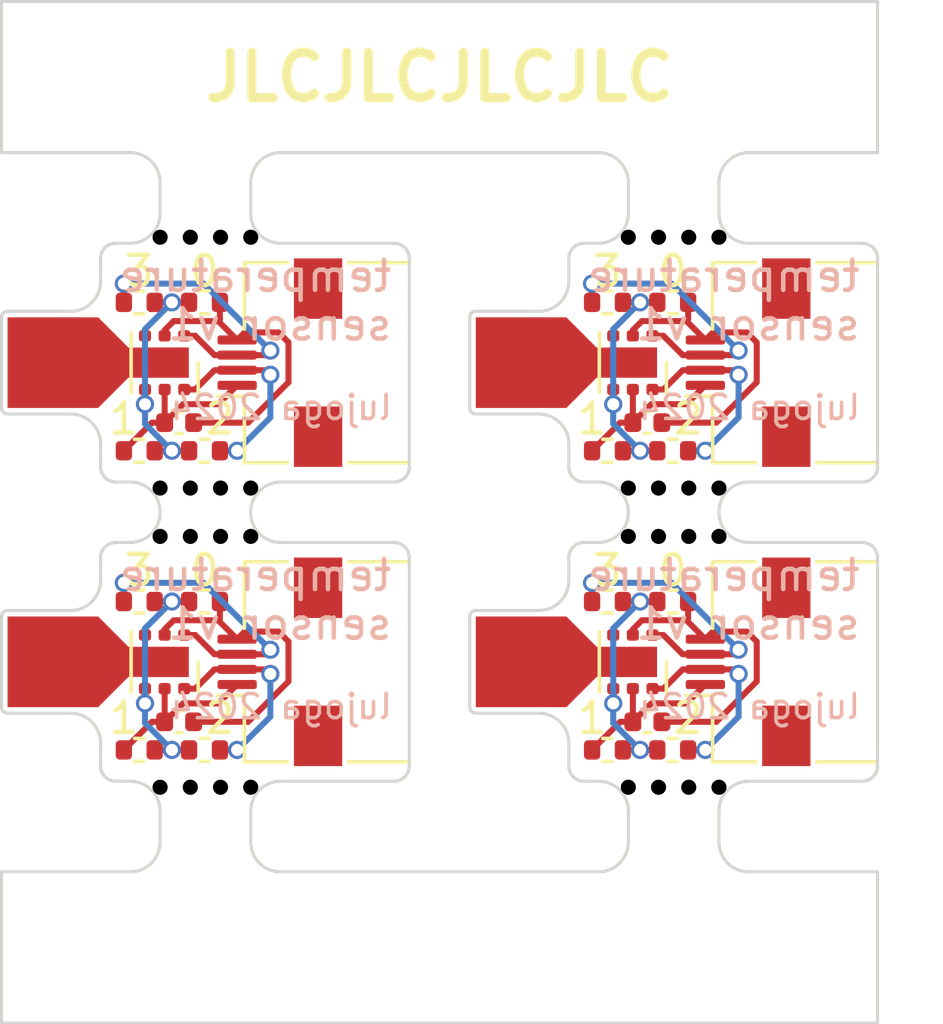
<source format=kicad_pcb>
(kicad_pcb (version 20221018) (generator pcbnew)

  (general
    (thickness 1.6)
  )

  (paper "A4")
  (layers
    (0 "F.Cu" signal)
    (31 "B.Cu" signal)
    (32 "B.Adhes" user "B.Adhesive")
    (33 "F.Adhes" user "F.Adhesive")
    (34 "B.Paste" user)
    (35 "F.Paste" user)
    (36 "B.SilkS" user "B.Silkscreen")
    (37 "F.SilkS" user "F.Silkscreen")
    (38 "B.Mask" user)
    (39 "F.Mask" user)
    (40 "Dwgs.User" user "User.Drawings")
    (41 "Cmts.User" user "User.Comments")
    (42 "Eco1.User" user "User.Eco1")
    (43 "Eco2.User" user "User.Eco2")
    (44 "Edge.Cuts" user)
    (45 "Margin" user)
    (46 "B.CrtYd" user "B.Courtyard")
    (47 "F.CrtYd" user "F.Courtyard")
    (48 "B.Fab" user)
    (49 "F.Fab" user)
    (50 "User.1" user)
    (51 "User.2" user)
    (52 "User.3" user)
    (53 "User.4" user)
    (54 "User.5" user)
    (55 "User.6" user)
    (56 "User.7" user)
    (57 "User.8" user)
    (58 "User.9" user)
  )

  (setup
    (pad_to_mask_clearance 0)
    (aux_axis_origin 134 20)
    (grid_origin 134 20)
    (pcbplotparams
      (layerselection 0x00010fc_ffffffff)
      (plot_on_all_layers_selection 0x0000000_00000000)
      (disableapertmacros false)
      (usegerberextensions true)
      (usegerberattributes false)
      (usegerberadvancedattributes false)
      (creategerberjobfile false)
      (dashed_line_dash_ratio 12.000000)
      (dashed_line_gap_ratio 3.000000)
      (svgprecision 4)
      (plotframeref false)
      (viasonmask false)
      (mode 1)
      (useauxorigin false)
      (hpglpennumber 1)
      (hpglpenspeed 20)
      (hpglpendiameter 15.000000)
      (dxfpolygonmode true)
      (dxfimperialunits true)
      (dxfusepcbnewfont true)
      (psnegative false)
      (psa4output false)
      (plotreference true)
      (plotvalue false)
      (plotinvisibletext false)
      (sketchpadsonfab false)
      (subtractmaskfromsilk true)
      (outputformat 1)
      (mirror false)
      (drillshape 0)
      (scaleselection 1)
      (outputdirectory "gerber/")
    )
  )

  (net 0 "")
  (net 1 "Board_0-+3V3")
  (net 2 "Board_0-/SCL")
  (net 3 "Board_0-/SDA")
  (net 4 "Board_0-GND")
  (net 5 "Board_0-Net-(U1-ADD0)")
  (net 6 "Board_0-unconnected-(J1-MountPin-PadMP)")
  (net 7 "Board_0-unconnected-(U1-ALERT-Pad3)")
  (net 8 "Board_1-+3V3")
  (net 9 "Board_1-/SCL")
  (net 10 "Board_1-/SDA")
  (net 11 "Board_1-GND")
  (net 12 "Board_1-Net-(U1-ADD0)")
  (net 13 "Board_1-unconnected-(J1-MountPin-PadMP)")
  (net 14 "Board_1-unconnected-(U1-ALERT-Pad3)")
  (net 15 "Board_2-+3V3")
  (net 16 "Board_2-/SCL")
  (net 17 "Board_2-/SDA")
  (net 18 "Board_2-GND")
  (net 19 "Board_2-Net-(U1-ADD0)")
  (net 20 "Board_2-unconnected-(J1-MountPin-PadMP)")
  (net 21 "Board_2-unconnected-(U1-ALERT-Pad3)")
  (net 22 "Board_3-+3V3")
  (net 23 "Board_3-/SCL")
  (net 24 "Board_3-/SDA")
  (net 25 "Board_3-GND")
  (net 26 "Board_3-Net-(U1-ADD0)")
  (net 27 "Board_3-unconnected-(J1-MountPin-PadMP)")
  (net 28 "Board_3-unconnected-(U1-ALERT-Pad3)")

  (footprint "NPTH" (layer "F.Cu") (at 140.25 36.1))

  (footprint "NPTH" (layer "F.Cu") (at 142.250013 37.70031))

  (footprint "fosmometer:Jushuo_AFC01-S04FCx-00_1x04-1MP_P0.50mm_Horizontal" (layer "F.Cu") (at 144.825 41.85 90))

  (footprint "NPTH" (layer "F.Cu") (at 140.25 27.8))

  (footprint "NPTH" (layer "F.Cu") (at 156.75 46))

  (footprint "Resistor_SMD:R_0402_1005Metric" (layer "F.Cu") (at 154.06 44.765))

  (footprint "Resistor_SMD:R_0402_1005Metric" (layer "F.Cu") (at 156.22 29.955))

  (footprint "Resistor_SMD:R_0402_1005Metric" (layer "F.Cu") (at 138.56 29.955 180))

  (footprint "NPTH" (layer "F.Cu") (at 141.250013 37.70024))

  (footprint "NPTH" (layer "F.Cu") (at 142.25 27.8))

  (footprint "Resistor_SMD:R_0402_1005Metric" (layer "F.Cu") (at 140.72 39.855))

  (footprint "NPTH" (layer "F.Cu") (at 154.75 36.1))

  (footprint "NPTH" (layer "F.Cu") (at 154.75 27.8))

  (footprint "NPTH" (layer "F.Cu") (at 157.75 36.1))

  (footprint "NPTH" (layer "F.Cu") (at 155.75 36.1))

  (footprint "NPTH" (layer "F.Cu") (at 139.25 46))

  (footprint "NPTH" (layer "F.Cu") (at 142.25 46))

  (footprint "Resistor_SMD:R_0402_1005Metric" (layer "F.Cu") (at 138.56 39.855 180))

  (footprint "NPTH" (layer "F.Cu") (at 154.75 37.7))

  (footprint "NPTH" (layer "F.Cu") (at 140.250014 37.700171))

  (footprint "Package_SON:WSON-6-1EP_2x2mm_P0.65mm_EP1x1.6mm" (layer "F.Cu") (at 139.4 31.95 -90))

  (footprint "Package_SON:WSON-6-1EP_2x2mm_P0.65mm_EP1x1.6mm" (layer "F.Cu") (at 154.9 41.85 -90))

  (footprint "NPTH" (layer "F.Cu") (at 141.25 46))

  (footprint "Resistor_SMD:R_0402_1005Metric" (layer "F.Cu") (at 154.06 34.865))

  (footprint "NPTH" (layer "F.Cu") (at 157.75 46))

  (footprint "NPTH" (layer "F.Cu") (at 140.25 46))

  (footprint "Package_SON:WSON-6-1EP_2x2mm_P0.65mm_EP1x1.6mm" (layer "F.Cu") (at 154.9 31.95 -90))

  (footprint "NPTH" (layer "F.Cu") (at 157.75 37.7))

  (footprint "NPTH" (layer "F.Cu") (at 154.75 46))

  (footprint "Resistor_SMD:R_0402_1005Metric" (layer "F.Cu") (at 156.22 39.855))

  (footprint "Resistor_SMD:R_0402_1005Metric" (layer "F.Cu") (at 140.72 34.865 180))

  (footprint "Capacitor_SMD:C_0402_1005Metric" (layer "F.Cu") (at 139.88 43.835))

  (footprint "Resistor_SMD:R_0402_1005Metric" (layer "F.Cu") (at 156.22 34.865 180))

  (footprint "Resistor_SMD:R_0402_1005Metric" (layer "F.Cu") (at 154.06 29.955 180))

  (footprint "NPTH" (layer "F.Cu") (at 139.250014 37.700102))

  (footprint "NPTH" (layer "F.Cu") (at 141.25 36.1))

  (footprint "NPTH" (layer "F.Cu") (at 156.75 27.8))

  (footprint "fosmometer:Jushuo_AFC01-S04FCx-00_1x04-1MP_P0.50mm_Horizontal" (layer "F.Cu") (at 160.325 31.95 90))

  (footprint "Capacitor_SMD:C_0402_1005Metric" (layer "F.Cu") (at 155.38 33.935))

  (footprint "Capacitor_SMD:C_0402_1005Metric" (layer "F.Cu") (at 155.38 43.835))

  (footprint "Resistor_SMD:R_0402_1005Metric" (layer "F.Cu") (at 138.56 34.865))

  (footprint "Resistor_SMD:R_0402_1005Metric" (layer "F.Cu") (at 154.06 39.855 180))

  (footprint "NPTH" (layer "F.Cu") (at 141.25 27.8))

  (footprint "NPTH" (layer "F.Cu") (at 139.25 36.1))

  (footprint "Capacitor_SMD:C_0402_1005Metric" (layer "F.Cu") (at 139.88 33.935))

  (footprint "Resistor_SMD:R_0402_1005Metric" (layer "F.Cu") (at 140.72 44.765 180))

  (footprint "NPTH" (layer "F.Cu") (at 156.75 36.1))

  (footprint "NPTH" (layer "F.Cu") (at 142.25 36.1))

  (footprint "NPTH" (layer "F.Cu") (at 157.75 27.8))

  (footprint "Resistor_SMD:R_0402_1005Metric" (layer "F.Cu") (at 156.22 44.765 180))

  (footprint "Resistor_SMD:R_0402_1005Metric" (layer "F.Cu") (at 140.72 29.955))

  (footprint "NPTH" (layer "F.Cu") (at 139.25 27.8))

  (footprint "NPTH" (layer "F.Cu") (at 155.75 46))

  (footprint "NPTH" (layer "F.Cu") (at 155.75 37.7))

  (footprint "NPTH" (layer "F.Cu") (at 155.75 27.8))

  (footprint "fosmometer:Jushuo_AFC01-S04FCx-00_1x04-1MP_P0.50mm_Horizontal" (layer "F.Cu") (at 160.325 41.85 90))

  (footprint "Package_SON:WSON-6-1EP_2x2mm_P0.65mm_EP1x1.6mm" (layer "F.Cu") (at 139.4 41.85 -90))

  (footprint "NPTH" (layer "F.Cu") (at 156.75 37.7))

  (footprint "Resistor_SMD:R_0402_1005Metric" (layer "F.Cu") (at 138.56 44.765))

  (footprint "fosmometer:Jushuo_AFC01-S04FCx-00_1x04-1MP_P0.50mm_Horizontal" (layer "F.Cu") (at 144.825 31.95 90))

  (gr_poly
    (pts
      (xy 153.7 31.45)
      (xy 155.7 31.45)
      (xy 155.7 32.45)
      (xy 153.7 32.45)
      (xy 152.7 33.45)
      (xy 149.7 33.45)
      (xy 149.7 30.45)
      (xy 152.7 30.45)
    )

    (stroke (width 0) (type solid)) (fill solid) (layer "F.Cu") (tstamp 78b99de0-3fcb-45db-b278-ec929dd25bba))
  (gr_poly
    (pts
      (xy 138.2 31.45)
      (xy 140.2 31.45)
      (xy 140.2 32.45)
      (xy 138.2 32.45)
      (xy 137.2 33.45)
      (xy 134.2 33.45)
      (xy 134.2 30.45)
      (xy 137.2 30.45)
    )

    (stroke (width 0) (type solid)) (fill solid) (layer "F.Cu") (tstamp d2ddb51f-cf40-4bfb-96cf-5f6bdffcc60d))
  (gr_poly
    (pts
      (xy 138.2 41.35)
      (xy 140.2 41.35)
      (xy 140.2 42.35)
      (xy 138.2 42.35)
      (xy 137.2 43.35)
      (xy 134.2 43.35)
      (xy 134.2 40.35)
      (xy 137.2 40.35)
    )

    (stroke (width 0) (type solid)) (fill solid) (layer "F.Cu") (tstamp f4eff926-1129-4601-98d8-faf74df06d2a))
  (gr_poly
    (pts
      (xy 153.7 41.35)
      (xy 155.7 41.35)
      (xy 155.7 42.35)
      (xy 153.7 42.35)
      (xy 152.7 43.35)
      (xy 149.7 43.35)
      (xy 149.7 40.35)
      (xy 152.7 40.35)
    )

    (stroke (width 0) (type solid)) (fill solid) (layer "F.Cu") (tstamp fd88c0ec-c336-454e-8759-dbd58732ac75))
  (gr_poly
    (pts
      (xy 153.7 31.45)
      (xy 153.7 32.45)
      (xy 152.7 33.45)
      (xy 149.7 33.45)
      (xy 149.7 30.45)
      (xy 152.7 30.45)
    )

    (stroke (width 0) (type solid)) (fill solid) (layer "F.Mask") (tstamp 0f4b7b5e-1507-4513-973e-8d7b18ee280c))
  (gr_poly
    (pts
      (xy 138.2 31.45)
      (xy 138.2 32.45)
      (xy 137.2 33.45)
      (xy 134.2 33.45)
      (xy 134.2 30.45)
      (xy 137.2 30.45)
    )

    (stroke (width 0) (type solid)) (fill solid) (layer "F.Mask") (tstamp 9041a053-190d-46c6-bb5b-b5490764bfb1))
  (gr_poly
    (pts
      (xy 138.2 41.35)
      (xy 138.2 42.35)
      (xy 137.2 43.35)
      (xy 134.2 43.35)
      (xy 134.2 40.35)
      (xy 137.2 40.35)
    )

    (stroke (width 0) (type solid)) (fill solid) (layer "F.Mask") (tstamp 90499b0a-c948-4f89-b2a5-31e8fa4e7222))
  (gr_poly
    (pts
      (xy 153.7 41.35)
      (xy 153.7 42.35)
      (xy 152.7 43.35)
      (xy 149.7 43.35)
      (xy 149.7 40.35)
      (xy 152.7 40.35)
    )

    (stroke (width 0) (type solid)) (fill solid) (layer "F.Mask") (tstamp e4d24e98-2b15-4e9e-96cd-ed40618399fd))
  (gr_line (start 147.161561 45.772669) (end 147.185298 45.763878)
    (stroke (width 0.1) (type default)) (layer "Edge.Cuts") (tstamp 00038b6c-8710-4f25-89b8-0616c95c010d))
  (gr_line (start 142.25477 25.892963) (end 142.260718 25.844737)
    (stroke (width 0.1) (type default)) (layer "Edge.Cuts") (tstamp 00080961-a6b0-4304-8cc6-a69189b25f07))
  (gr_line (start 157.944826 48.39974) (end 157.916847 48.360012)
    (stroke (width 0.1) (type default)) (layer "Edge.Cuts") (tstamp 0013250e-0133-4ae4-ba30-361b03ff80a1))
  (gr_line (start 137.630194 35.876837) (end 137.630555 35.876955)
    (stroke (width 0.1) (type default)) (layer "Edge.Cuts") (tstamp 001f6667-3ae9-431f-a8d0-87049fefd8d0))
  (gr_line (start 157.751195 27.058576) (end 157.75 27.009877)
    (stroke (width 0.1) (type default)) (layer "Edge.Cuts") (tstamp 00394dcd-1690-45c5-abb4-1dc40c7b6213))
  (gr_line (start 162.995551 38.337144) (end 162.995516 38.336893)
    (stroke (width 0.1) (type default)) (layer "Edge.Cuts") (tstamp 004e8ce0-2ba7-41b4-90bb-fbce645b894c))
  (gr_line (start 162.980178 38.262337) (end 162.976836 38.250657)
    (stroke (width 0.1) (type default)) (layer "Edge.Cuts") (tstamp 007fc9d2-5f42-4e04-9015-9eb7031fd13c))
  (gr_line (start 134.086072 30.285946) (end 134.085726 30.286187)
    (stroke (width 0.1) (type default)) (layer "Edge.Cuts") (tstamp 00b18a1d-b389-4152-8f20-0a6916a0044a))
  (gr_line (start 149.50436 33.489946) (end 149.504462 33.490442)
    (stroke (width 0.1) (type default)) (layer "Edge.Cuts") (tstamp 00db597f-e0a5-4293-9d15-8c0cb1358417))
  (gr_line (start 149.652467 40.156308) (end 149.652221 40.156368)
    (stroke (width 0.1) (type default)) (layer "Edge.Cuts") (tstamp 01013ecc-3533-4eb8-a5a1-a1700c8286cb))
  (gr_line (start 137.444938 45.67048) (end 137.445128 45.670648)
    (stroke (width 0.1) (type default)) (layer "Edge.Cuts") (tstamp 010b2d54-2039-42cc-8e29-d10252411e30))
  (gr_line (start 138.683278 25.095053) (end 138.726681 25.1169)
    (stroke (width 0.1) (type default)) (layer "Edge.Cuts") (tstamp 0142639f-ec69-400c-938c-c07696cb78e9))
  (gr_line (start 147.499366 38.387578) (end 147.499357 38.387324)
    (stroke (width 0.1) (type default)) (layer "Edge.Cuts") (tstamp 016af5fb-47d2-4de5-a2f2-93745da74eb0))
  (gr_line (start 134.030256 30.344691) (end 134.025483 30.353378)
    (stroke (width 0.1) (type default)) (layer "Edge.Cuts") (tstamp 0175c191-c349-4e08-945b-0c4ad60f0ce2))
  (gr_line (start 139.248804 47.858576) (end 139.245229 47.907036)
    (stroke (width 0.1) (type default)) (layer "Edge.Cuts") (tstamp 01ae4243-120d-486e-8e24-4ea70341ee1a))
  (gr_line (start 147.480318 45.437171) (end 147.483661 45.42549)
    (stroke (width 0.1) (type default)) (layer "Edge.Cuts") (tstamp 01b720bf-5298-4fa8-b045-71b4a3bb4aed))
  (gr_line (start 157.8669 48.276681) (end 157.845053 48.233278)
    (stroke (width 0.1) (type default)) (layer "Edge.Cuts") (tstamp 01d2c939-b7fb-4d04-8f03-4ecdbf241f74))
  (gr_line (start 134.035287 40.237064) (end 134.030694 40.243969)
    (stroke (width 0.1) (type default)) (layer "Edge.Cuts") (tstamp 01f6bcd8-e434-4a8e-a5f0-3b12ef9d5221))
  (gr_line (start 137.363053 45.575096) (end 137.369739 45.58524)
    (stroke (width 0.1) (type default)) (layer "Edge.Cuts") (tstamp 01feda94-a8f0-4907-9e2f-22450bba6e27))
  (gr_line (start 162.764543 35.824066) (end 162.772123 35.819001)
    (stroke (width 0.1) (type default)) (layer "Edge.Cuts") (tstamp 020d0cd9-8ab8-4f5c-b6f0-f3549b869894))
  (gr_line (start 149.623685 33.63426) (end 149.628362 33.636128)
    (stroke (width 0.1) (type default)) (layer "Edge.Cuts") (tstamp 021e4cec-b17a-40c5-8d25-20c6ffb5b3fd))
  (gr_line (start 152.808338 45.464768) (end 152.811232 45.473412)
    (stroke (width 0.1) (type default)) (layer "Edge.Cuts") (tstamp 023d6dc2-d0b7-4a0b-91fe-7e2a4ddff0a0))
  (gr_line (start 149.530467 33.555673) (end 149.530694 33.55603)
    (stroke (width 0.1) (type default)) (layer "Edge.Cuts") (tstamp 0241e648-db52-40f7-a01d-b1e55f09a915))
  (gr_line (start 157.974721 48.438047) (end 157.944826 48.39974)
    (stroke (width 0.1) (type default)) (layer "Edge.Cuts") (tstamp 02491829-97ed-4c3b-832d-14a350437d57))
  (gr_line (start 153.048496 35.842637) (end 153.048722 35.842752)
    (stroke (width 0.1) (type default)) (layer "Edge.Cuts") (tstamp 0254b66a-e297-49c0-ba4c-b2ad54d19102))
  (gr_line (start 137.284483 28.436893) (end 137.284448 28.437144)
    (stroke (width 0.1) (type default)) (layer "Edge.Cuts") (tstamp 025abab8-55e0-4fc8-b9f7-4fa5209a9400))
  (gr_line (start 142.279671 27.250549) (end 142.269025 27.203138)
    (stroke (width 0.1) (type default)) (layer "Edge.Cuts") (tstamp 0277cffc-ef64-4e6f-af73-e348142d54d6))
  (gr_line (start 154.75 46.790122) (end 154.75 47.809877)
    (stroke (width 0.1) (type default)) (layer "Edge.Cuts") (tstamp 0297744f-42d1-4eee-9e2a-e874abcb35d5))
  (gr_line (start 157.751195 47.858576) (end 157.75 47.809877)
    (stroke (width 0.1) (type default)) (layer "Edge.Cuts") (tstamp 02a4f197-15c3-4379-a7d1-905d28ecac6f))
  (gr_line (start 139.133099 27.476681) (end 139.109148 27.51896)
    (stroke (width 0.1) (type default)) (layer "Edge.Cuts") (tstamp 02c01464-f2d9-42fb-b423-b9dc4fa80efb))
  (gr_line (start 147.137662 45.780178) (end 147.149342 45.776836)
    (stroke (width 0.1) (type default)) (layer "Edge.Cuts") (tstamp 02d0a6d6-69e2-4afa-8254-fdcf35a865c8))
  (gr_line (start 137.515456 28.075933) (end 137.507876 28.080998)
    (stroke (width 0.1) (type default)) (layer "Edge.Cuts") (tstamp 02ec7ada-3fc5-4450-a658-f1a2fcd7705e))
  (gr_line (start 162.999275 53.793544) (end 162.99944 53.793082)
    (stroke (width 0.1) (type default)) (layer "Edge.Cuts") (tstamp 02f2c6db-8d92-4dce-b690-8492df738b38))
  (gr_line (start 162.991655 24.999798) (end 162.992136 24.999702)
    (stroke (width 0.1) (type default)) (layer "Edge.Cuts") (tstamp 02ff3630-0ea6-4af8-8b71-a1ee642274b2))
  (gr_line (start 147.468659 45.473302) (end 147.472589 45.461805)
    (stroke (width 0.1) (type default)) (layer "Edge.Cuts") (tstamp 030e9af9-ad1a-4888-85f8-b7a5485f2a60))
  (gr_line (start 142.25 47.809877) (end 142.25 46.790122)
    (stroke (width 0.1) (type default)) (layer "Edge.Cuts") (tstamp 03181c5d-2d77-4385-b949-44884373169b))
  (gr_line (start 152.379604 43.744748) (end 152.417905 43.774637)
    (stroke (width 0.1) (type default)) (layer "Edge.Cuts") (tstamp 03358a89-0d5b-4020-a3e0-ac0c95da57f6))
  (gr_line (start 153.083182 37.940719) (end 153.082717 37.940918)
    (stroke (width 0.1) (type default)) (layer "Edge.Cuts") (tstamp 03476b4a-09e9-43eb-aae7-6800a2888558))
  (gr_line (start 134.016255 33.528388) (end 134.016418 33.528777)
    (stroke (width 0.1) (type default)) (layer "Edge.Cuts") (tstamp 035f196c-350f-4b6e-867b-e773123bdf45))
  (gr_line (start 147.088376 28.008358) (end 147.088126 28.008316)
    (stroke (width 0.1) (type default)) (layer "Edge.Cuts") (tstamp 03602640-a651-4390-9b62-f2da1b17bfd6))
  (gr_line (start 137.35116 38.143659) (end 137.351066 38.143825)
    (stroke (width 0.1) (type default)) (layer "Edge.Cuts") (tstamp 03667751-d8b8-4718-871d-44410a7b9848))
  (gr_line (start 139.109136 37.419013) (end 139.083138 37.460067)
    (stroke (width 0.1) (type default)) (layer "Edge.Cuts") (tstamp 036857a8-c04f-4a31-a212-364eb8381155))
  (gr_line (start 162.887133 35.715668) (end 162.902627 35.695651)
    (stroke (width 0.1) (type default)) (layer "Edge.Cuts") (tstamp 0374bb56-8b56-43f8-82e4-2c27c548dd8e))
  (gr_line (start 162.963787 38.214465) (end 162.95928 38.203182)
    (stroke (width 0.1) (type default)) (layer "Edge.Cuts") (tstamp 0378c795-bb5e-44dc-b178-0494a773b1b8))
  (gr_line (start 134.000081 24.990681) (end 134.000129 24.991169)
    (stroke (width 0.1) (type default)) (layer "Edge.Cuts") (tstamp 0379f9dc-d17b-4bea-9b0a-4abe6d6ff443))
  (gr_line (start 147.325708 35.779116) (end 147.332433 35.772962)
    (stroke (width 0.1) (type default)) (layer "Edge.Cuts") (tstamp 039afeef-2afb-4b92-b60e-0ddf8bdd7fed))
  (gr_line (start 137.32061 45.49693) (end 137.320764 45.497277)
    (stroke (width 0.1) (type default)) (layer "Edge.Cuts") (tstamp 03aacd23-e471-4b23-bef2-983bc057bd49))
  (gr_line (start 137.343233 45.542715) (end 137.349396 45.553185)
    (stroke (width 0.1) (type default)) (layer "Edge.Cuts") (tstamp 03b2536d-fdc3-4fba-a3bc-3a646b3c249e))
  (gr_line (start 162.980178 28.362337) (end 162.976836 28.350657)
    (stroke (width 0.1) (type default)) (layer "Edge.Cuts") (tstamp 03cbff9b-eaf2-4fed-ae18-4faf4b843aae))
  (gr_line (start 162.999942 53.79019) (end 162.999996 53.787972)
    (stroke (width 0.1) (type default)) (layer "Edge.Cuts") (tstamp 03d07d5e-6dac-4551-892a-5238a2c74dff))
  (gr_line (start 157.845053 27.433278) (end 157.825362 27.388855)
    (stroke (width 0.1) (type default)) (layer "Edge.Cuts") (tstamp 03d0b605-0bf8-48d3-bea9-e71729a001e1))
  (gr_line (start 162.991169 53.79987) (end 162.991655 53.799798)
    (stroke (width 0.1) (type default)) (layer "Edge.Cuts") (tstamp 03d7912e-a988-4066-b95d-0c87315bbae1))
  (gr_line (start 137.184782 39.583431) (end 137.162934 39.626826)
    (stroke (width 0.1) (type default)) (layer "Edge.Cuts") (tstamp 03fcb50d-e393-4822-b916-958e4b1e4c42))
  (gr_line (start 147.196817 45.75928) (end 147.197282 45.759081)
    (stroke (width 0.1) (type default)) (layer "Edge.Cuts") (tstamp 03fe4a11-f051-4d16-be63-92cfe1bdd09c))
  (gr_line (start 153.179167 45.789396) (end 153.179664 45.789498)
    (stroke (width 0.1) (type default)) (layer "Edge.Cuts") (tstamp 042dd203-55a5-4b2b-9e1a-489859a1c2e4))
  (gr_line (start 136.954694 33.90637) (end 136.989882 33.939869)
    (stroke (width 0.1) (type default)) (layer "Edge.Cuts") (tstamp 042e3cf8-9e85-4eed-84c4-3826a868c781))
  (gr_line (start 162.834871 45.670648) (end 162.835061 45.67048)
    (stroke (width 0.1) (type default)) (layer "Edge.Cuts") (tstamp 044b8af0-a122-41a1-bf0d-98c8521ff738))
  (gr_line (start 139.220328 27.250549) (end 139.207368 27.29738)
    (stroke (width 0.1) (type default)) (layer "Edge.Cuts") (tstamp 046579c2-126e-463c-87f8-2d15b0f5d5af))
  (gr_line (start 152.780001 28.512374) (end 152.779997 28.512627)
    (stroke (width 0.1) (type default)) (layer "Edge.Cuts") (tstamp 04682abc-e2e9-4316-892a-f0595f450d69))
  (gr_line (start 162.999998 38.412691) (end 162.999995 38.412437)
    (stroke (width 0.1) (type default)) (layer "Edge.Cuts") (tstamp 046bd861-e65a-4867-bc26-2aa2281fd218))
  (gr_line (start 147.472668 35.561565) (end 147.481194 35.534391)
    (stroke (width 0.1) (type default)) (layer "Edge.Cuts") (tstamp 047c5d30-b6fa-4ec1-800d-91aeef2afd97))
  (gr_line (start 134.172307 43.547506) (end 134.179405 43.54841)
    (stroke (width 0.1) (type default)) (layer "Edge.Cuts") (tstamp 04b8aceb-673d-4449-ad18-c7e5db782832))
  (gr_line (start 153.953138 25.019025) (end 154.000549 25.029671)
    (stroke (width 0.1) (type default)) (layer "Edge.Cuts") (tstamp 04f56d8d-de2d-4863-8e29-ee6ba2b2b3a5))
  (gr_line (start 138.960033 25.289966) (end 138.993539 25.325158)
    (stroke (width 0.1) (type default)) (layer "Edge.Cuts") (tstamp 050cd5de-3dd8-488a-906e-31bdafee1efb))
  (gr_line (start 162.993544 24.999275) (end 162.993997 24.999087)
    (stroke (width 0.1) (type default)) (layer "Edge.Cuts") (tstamp 0523a0cb-ce04-4d16-8168-c5d662b6001e))
  (gr_line (start 152.638984 44.030903) (end 152.662934 44.073173)
    (stroke (width 0.1) (type default)) (layer "Edge.Cuts") (tstamp 0538609e-9f8d-4d39-9a07-3eca84442b28))
  (gr_line (start 162.986534 35.513164) (end 162.986588 35.512917)
    (stroke (width 0.1) (type default)) (layer "Edge.Cuts") (tstamp 0560742f-ee46-4df3-bb41-76f198d04511))
  (gr_line (start 162.588376 28.008358) (end 162.588126 28.008316)
    (stroke (width 0.1) (type default)) (layer "Edge.Cuts") (tstamp 0564733d-299b-4bb0-814c-80593e86beed))
  (gr_line (start 154.633099 27.476681) (end 154.609148 27.51896)
    (stroke (width 0.1) (type default)) (layer "Edge.Cuts") (tstamp 0569ff70-1336-4347-9c33-fe8c3a765a70))
  (gr_line (start 157.845053 25.566721) (end 157.8669 25.523318)
    (stroke (width 0.1) (type default)) (layer "Edge.Cuts") (tstamp 0577795a-62ce-494e-946d-8ee44ec7ba18))
  (gr_line (start 137.299753 45.437413) (end 137.308279 45.464587)
    (stroke (width 0.1) (type default)) (layer "Edge.Cuts") (tstamp 059d22b7-fa6f-48eb-b5cb-985a5a7f61fa))
  (gr_line (start 162.750674 45.732448) (end 162.750838 45.732353)
    (stroke (width 0.1) (type default)) (layer "Edge.Cuts") (tstamp 05a40a05-ee8f-441c-8140-3dc61c4de7fb))
  (gr_line (start 162.972589 35.561805) (end 162.972668 35.561565)
    (stroke (width 0.1) (type default)) (layer "Edge.Cuts") (tstamp 05a84fa9-6531-4be1-b0d1-9d6fe5b8df30))
  (gr_line (start 142.650226 37.705527) (end 142.611922 37.675632)
    (stroke (width 0.1) (type default)) (layer "Edge.Cuts") (tstamp 05af1627-9c7e-4bfa-bd3e-d7259164e9a3))
  (gr_line (start 153.216889 35.895515) (end 153.242125 35.898082)
    (stroke (width 0.1) (type default)) (layer "Edge.Cuts") (tstamp 05c49253-9420-4391-8e23-f95fdf332227))
  (gr_line (start 147.499357 35.416024) (end 147.499359 35.415835)
    (stroke (width 0.1) (type default)) (layer "Edge.Cuts") (tstamp 05dbc404-055e-4fd4-91dd-8073c21c9e29))
  (gr_line (start 134.016724 30.370798) (end 134.016512 30.371259)
    (stroke (width 0.1) (type default)) (layer "Edge.Cuts") (tstamp 06065e04-eb4a-4ce4-af60-44440e9770f7))
  (gr_line (start 147.463977 45.48506) (end 147.468484 45.473777)
    (stroke (width 0.1) (type default)) (layer "Edge.Cuts") (tstamp 0608db95-513a-4102-a91b-cf796499a77f))
  (gr_line (start 138.810012 25.166847) (end 138.84974 25.194826)
    (stroke (width 0.1) (type default)) (layer "Edge.Cuts") (tstamp 060c7243-1c98-4116-a45e-73010e3ec611))
  (gr_line (start 162.937012 28.257727) (end 162.936766 28.257284)
    (stroke (width 0.1) (type default)) (layer "Edge.Cuts") (tstamp 060efd6c-e90d-486c-864e-464684ee762f))
  (gr_line (start 154.424841 46.05646) (end 154.460033 46.089966)
    (stroke (width 0.1) (type default)) (layer "Edge.Cuts") (tstamp 06189dde-671a-4ff7-bfed-e4364a23d33b))
  (gr_line (start 149.690139 30.250567) (end 149.689633 30.250592)
    (stroke (width 0.1) (type default)) (layer "Edge.Cuts") (tstamp 062d44ca-2e81-40ac-8203-301709466c7e))
  (gr_line (start 137.792685 37.9) (end 137.792432 37.900004)
    (stroke (width 0.1) (type default)) (layer "Edge.Cuts") (tstamp 06462c72-c316-4079-bb8a-021fcb99811f))
  (gr_line (start 134.085935 43.513881) (end 134.086358 43.514159)
    (stroke (width 0.1) (type default)) (layer "Edge.Cuts") (tstamp 06470d81-72f1-4c67-8513-6554729766ab))
  (gr_line (start 143.191423 45.801195) (end 143.240122 45.8)
    (stroke (width 0.1) (type default)) (layer "Edge.Cuts") (tstamp 0668097c-1ac2-4f9f-bcc4-b207d5f64e73))
  (gr_line (start 137.162934 39.626826) (end 137.138984 39.669096)
    (stroke (width 0.1) (type default)) (layer "Edge.Cuts") (tstamp 066c137b-57ca-4b2e-8140-6772c8d27517))
  (gr_line (start 162.560009 37.903765) (end 162.55982 37.903743)
    (stroke (width 0.1) (type default)) (layer "Edge.Cuts") (tstamp 066f4d79-b49b-470a-8758-9c1836867e8a))
  (gr_line (start 134.121222 30.266418) (end 134.120839 30.266597)
    (stroke (width 0.1) (type default)) (layer "Edge.Cuts") (tstamp 068a2088-c137-441c-9c9a-4b761b183ea4))
  (gr_line (start 137.337247 45.531277) (end 137.337362 45.531503)
    (stroke (width 0.1) (type default)) (layer "Edge.Cuts") (tstamp 06beae16-53e3-4d53-822f-40a89592949b))
  (gr_line (start 158.273318 25.1169) (end 158.316721 25.095053)
    (stroke (width 0.1) (type default)) (layer "Edge.Cuts") (tstamp 06c02023-b662-4adc-b8f7-fe1cfbe834b2))
  (gr_line (start 162.512652 45.799358) (end 162.537932 45.798076)
    (stroke (width 0.1) (type default)) (layer "Edge.Cuts") (tstamp 06ef02d4-4e83-483b-ab06-f454525f3a87))
  (gr_line (start 136.756564 33.766834) (end 136.798836 33.790781)
    (stroke (width 0.1) (type default)) (layer "Edge.Cuts") (tstamp 0717644f-3efb-45a1-85df-c1f5c29e7144))
  (gr_line (start 162.753401 28.069527) (end 162.753185 28.069396)
    (stroke (width 0.1) (type default)) (layer "Edge.Cuts") (tstamp 0727a092-5c76-4948-8ad6-1d806bfc90ba))
  (gr_line (start 137.279874 39.16011) (end 137.278671 39.208801)
    (stroke (width 0.1) (type default)) (layer "Edge.Cuts") (tstamp 072c7c42-ff7c-4310-a6be-37310c33c96a))
  (gr_line (start 137.481453 35.800897) (end 137.481605 35.801011)
    (stroke (width 0.1) (type default)) (layer "Edge.Cuts") (tstamp 07330f4b-2fd0-423f-98b8-e476571f64e8))
  (gr_line (start 147.197282 45.759081) (end 147.208322 45.754008)
    (stroke (width 0.1) (type default)) (layer "Edge.Cuts") (tstamp 07363bc4-db1b-4985-97ce-096739b2a287))
  (gr_line (start 152.825991 28.291677) (end 152.820918 28.302717)
    (stroke (width 0.1) (type default)) (layer "Edge.Cuts") (tstamp 0737dbff-33ca-40d6-af52-9747f661219f))
  (gr_line (start 154.460033 25.289966) (end 154.493539 25.325158)
    (stroke (width 0.1) (type default)) (layer "Edge.Cuts") (tstamp 0742d9cc-5efa-4e89-a965-76f1836caee7))
  (gr_line (start 134.030694 40.243969) (end 134.030467 40.244326)
    (stroke (width 0.1) (type default)) (layer "Edge.Cuts") (tstamp 0762679c-f875-4d34-834a-c58e75aff537))
  (gr_line (start 138.638855 25.075362) (end 138.683278 25.095053)
    (stroke (width 0.1) (type default)) (layer "Edge.Cuts") (tstamp 07778296-dccf-4ed1-93af-ed5e233efd95))
  (gr_line (start 147.483812 35.525461) (end 147.483912 35.525095)
    (stroke (width 0.1) (type default)) (layer "Edge.Cuts") (tstamp 078618e6-8d13-402c-b2c1-e5e544bb45c6))
  (gr_line (start 143.240122 45.8) (end 146.987331 45.8)
    (stroke (width 0.1) (type default)) (layer "Edge.Cuts") (tstamp 07908dc0-4606-4269-beee-501c34e5def8))
  (gr_line (start 139.245229 37.007074) (end 139.23928 37.055302)
    (stroke (width 0.1) (type default)) (layer "Edge.Cuts") (tstamp 07a85750-075e-4e29-ab11-aa4fa9de42fe))
  (gr_line (start 137.792415 28.000003) (end 137.767601 28.000632)
    (stroke (width 0.1) (type default)) (layer "Edge.Cuts") (tstamp 07b59823-3974-40e6-b43e-147911bd48f1))
  (gr_line (start 162.986901 45.412989) (end 162.986955 45.412742)
    (stroke (width 0.1) (type default)) (layer "Edge.Cuts") (tstamp 07baead6-ff88-4356-acd2-5a8cd17255ad))
  (gr_line (start 137.679167 28.010603) (end 137.667332 28.01335)
    (stroke (width 0.1) (type default)) (layer "Edge.Cuts") (tstamp 07c232d9-1c87-4919-b0f2-e5732de66197))
  (gr_line (start 162.685534 35.863787) (end 162.696817 35.85928)
    (stroke (width 0.1) (type default)) (layer "Edge.Cuts") (tstamp 07cffc77-3001-4a8e-8cdb-9881e752b55c))
  (gr_line (start 137.288358 38.311623) (end 137.288316 38.311873)
    (stroke (width 0.1) (type default)) (layer "Edge.Cuts") (tstamp 07d7aa88-5199-4831-8c12-ae5e56f31a5a))
  (gr_line (start 139.025278 46.161952) (end 139.055173 46.200259)
    (stroke (width 0.1) (type default)) (layer "Edge.Cuts") (tstamp 07ea51c4-68ed-4132-a4b6-217dc364ab6d))
  (gr_line (start 137.754943 35.89905) (end 137.767037 35.89936)
    (stroke (width 0.1) (type default)) (layer "Edge.Cuts") (tstamp 07f2810d-b60e-40ef-b629-78b9ecc79679))
  (gr_line (start 147.012652 45.799358) (end 147.037932 45.798076)
    (stroke (width 0.1) (type default)) (layer "Edge.Cuts") (tstamp 08144abf-7fd4-4a58-af8f-916cd7a32457))
  (gr_line (start 162.998877 48.805558) (end 162.998646 48.805125)
    (stroke (width 0.1) (type default)) (layer "Edge.Cuts") (tstamp 08496c4f-b14e-4313-9564-6a10c5c01624))
  (gr_line (start 147.256294 45.729141) (end 147.256457 45.729044)
    (stroke (width 0.1) (type default)) (layer "Edge.Cuts") (tstamp 08779bde-bc59-474e-96bd-a13d3bb98ff3))
  (gr_line (start 137.571448 37.9461) (end 137.548722 37.957247)
    (stroke (width 0.1) (type default)) (layer "Edge.Cuts") (tstamp 0892e71d-7719-4789-b31d-2d5b1f65b9ad))
  (gr_line (start 142.50646 46.125158) (end 142.539966 46.089966)
    (stroke (width 0.1) (type default)) (layer "Edge.Cuts") (tstamp 08964663-5d8b-483a-9361-25f978482688))
  (gr_line (start 142.325362 46.411144) (end 142.345053 46.366721)
    (stroke (width 0.1) (type default)) (layer "Edge.Cuts") (tstamp 089bc03a-582a-41e0-959d-db7f40cc8471))
  (gr_line (start 147.100832 28.010603) (end 147.100335 28.010501)
    (stroke (width 0.1) (type default)) (layer "Edge.Cuts") (tstamp 08ad84a0-7df0-4309-9af8-9ec874d9f1f2))
  (gr_line (start 149.548921 43.480254) (end 149.553713 43.485558)
    (stroke (width 0.1) (type default)) (layer "Edge.Cuts") (tstamp 08d6a18c-cbfb-4144-9fd5-43b7e72ecebb))
  (gr_line (start 162.87065 45.634868) (end 162.870823 45.634682)
    (stroke (width 0.1) (type default)) (layer "Edge.Cuts") (tstamp 08e503a9-7b69-4dc3-a5f5-8b5aa6d5577b))
  (gr_line (start 134.006761 43.400294) (end 134.009405 43.409533)
    (stroke (width 0.1) (type default)) (layer "Edge.Cuts") (tstamp 08f0933e-3675-4e9a-81d6-42ef2dee4a94))
  (gr_line (start 147.197283 35.859237) (end 147.205637 35.855589)
    (stroke (width 0.1) (type default)) (layer "Edge.Cuts") (tstamp 08ff4d9e-fbf8-4900-83c4-08cee3a1d939))
  (gr_line (start 147.306054 45.694976) (end 147.31547 45.687298)
    (stroke (width 0.1) (type default)) (layer "Edge.Cuts") (tstamp 09017e58-4a91-4e74-899c-8d0392792d21))
  (gr_line (start 137.32713 38.188436) (end 137.324487 38.194188)
    (stroke (width 0.1) (type default)) (layer "Edge.Cuts") (tstamp 091b734a-c9f7-4ae2-b928-9d3947d0682b))
  (gr_line (start 153.166835 35.886534) (end 153.167082 35.886588)
    (stroke (width 0.1) (type default)) (layer "Edge.Cuts") (tstamp 091e5f54-97e1-4130-a81a-608f101bff63))
  (gr_line (start 158.111952 46.024721) (end 158.150259 45.994826)
    (stroke (width 0.1) (type default)) (layer "Edge.Cuts") (tstamp 0921482d-da08-47b6-8127-e63505b5134e))
  (gr_line (start 147.472754 38.238677) (end 147.472669 38.238438)
    (stroke (width 0.1) (type default)) (layer "Edge.Cuts") (tstamp 092633a5-69c7-4cd7-bfa7-0fae408e95a8))
  (gr_line (start 153.179167 37.910603) (end 153.167332 37.91335)
    (stroke (width 0.1) (type default)) (layer "Edge.Cuts") (tstamp 094e4746-09c4-4daa-8ae5-572bc290c197))
  (gr_line (start 152.808338 35.564768) (end 152.811232 35.573412)
    (stroke (width 0.1) (type default)) (layer "Edge.Cuts") (tstamp 096f2e46-fbf8-41e0-8f6c-6a2d81fe82ca))
  (gr_line (start 162.99019 24.999942) (end 162.990681 24.999918)
    (stroke (width 0.1) (type default)) (layer "Edge.Cuts") (tstamp 09771f7a-6de3-4c78-bd04-06a191e9ec26))
  (gr_line (start 142.25477 46.692963) (end 142.260718 46.644737)
    (stroke (width 0.1) (type default)) (layer "Edge.Cuts") (tstamp 098df130-f19e-468e-bd07-0f786aeacda9))
  (gr_line (start 147.385076 45.618322) (end 147.385194 45.618173)
    (stroke (width 0.1) (type default)) (layer "Edge.Cuts") (tstamp 09a251c0-3271-4c27-af4e-e2f32ac4a986))
  (gr_line (start 152.779997 45.287372) (end 152.780001 45.287625)
    (stroke (width 0.1) (type default)) (layer "Edge.Cuts") (tstamp 09e52f2c-72dc-42b8-85cc-fc57a6b5f66f))
  (gr_line (start 134.069745 40.198921) (end 134.062874 40.205129)
    (stroke (width 0.1) (type default)) (layer "Edge.Cuts") (tstamp 09e7ed77-2395-4fee-b854-93b17c7e3341))
  (gr_line (start 137.369662 35.685374) (end 137.369875 35.685689)
    (stroke (width 0.1) (type default)) (layer "Edge.Cuts") (tstamp 09f910c1-d81b-4337-a7f0-a79c8931a6f0))
  (gr_line (start 152.817221 38.211731) (end 152.80733 38.238438)
    (stroke (width 0.1) (type default)) (layer "Edge.Cuts") (tstamp 0a0a0b8f-9839-421c-b183-fc0af6d94e1e))
  (gr_line (start 147.242731 45.736922) (end 147.250674 45.732448)
    (stroke (width 0.1) (type default)) (layer "Edge.Cuts") (tstamp 0a0b7f97-e6df-4a9c-baaf-51154859ac94))
  (gr_line (start 153.071448 28.0461) (end 153.048722 28.057247)
    (stroke (width 0.1) (type default)) (layer "Edge.Cuts") (tstamp 0a11f2eb-2c32-4345-a562-d56241f97a24))
  (gr_line (start 152.981605 45.701011) (end 152.986707 45.704758)
    (stroke (width 0.1) (type default)) (layer "Edge.Cuts") (tstamp 0a1b536f-ac0b-48aa-9397-6b04daf62808))
  (gr_line (start 137.163126 44.072932) (end 137.184981 44.116309)
    (stroke (width 0.1) (type default)) (layer "Edge.Cuts") (tstamp 0a230777-198c-47f2-a396-f69ee7d25578))
  (gr_line (start 162.930603 38.146814) (end 162.930472 38.146598)
    (stroke (width 0.1) (type default)) (layer "Edge.Cuts") (tstamp 0a2f88a1-68be-42a7-b6eb-8ac06d1a228c))
  (gr_line (start 162.844443 38.038013) (end 162.844076 38.037664)
    (stroke (width 0.1) (type default)) (layer "Edge.Cuts") (tstamp 0a2ff673-8ec1-4bf6-b711-6183d687021c))
  (gr_line (start 137.112989 29.81014) (end 137.085011 29.849859)
    (stroke (width 0.1) (type default)) (layer "Edge.Cuts") (tstamp 0a361a4f-cb08-4d3c-810d-f7267d213262))
  (gr_line (start 134.120839 30.266597) (end 134.111959 30.271)
    (stroke (width 0.1) (type default)) (layer "Edge.Cuts") (tstamp 0a4780f8-be1a-4dea-8511-ecffaea0a3af))
  (gr_line (start 142.731039 45.940851) (end 142.773318 45.9169)
    (stroke (width 0.1) (type default)) (layer "Edge.Cuts") (tstamp 0a491cd4-7ab3-460f-a293-e2ec7fb7d467))
  (gr_line (start 139.245229 25.892963) (end 139.248804 25.941423)
    (stroke (width 0.1) (type default)) (layer "Edge.Cuts") (tstamp 0a4b5008-f6c2-481e-b935-2fc0d541ee4e))
  (gr_line (start 162.983788 35.524999) (end 162.986534 35.513164)
    (stroke (width 0.1) (type default)) (layer "Edge.Cuts") (tstamp 0a692243-5364-403d-9787-5bc616d55d84))
  (gr_line (start 142.345053 27.433278) (end 142.325362 27.388855)
    (stroke (width 0.1) (type default)) (layer "Edge.Cuts") (tstamp 0a8bf0bb-bbab-4769-b145-decc8a1cfb61))
  (gr_line (start 137.716893 28.004483) (end 137.691873 28.008316)
    (stroke (width 0.1) (type default)) (layer "Edge.Cuts") (tstamp 0a91d8dd-130b-44fb-b77e-1fa8c361ba3b))
  (gr_line (start 147.472589 35.561805) (end 147.472668 35.561565)
    (stroke (width 0.1) (type default)) (layer "Edge.Cuts") (tstamp 0ab731bd-e50b-4c60-8741-5f181193167b))
  (gr_line (start 158.691423 48.798804) (end 158.642963 48.795229)
    (stroke (width 0.1) (type default)) (layer "Edge.Cuts") (tstamp 0ac150a8-448f-4262-8152-04614e44acb5))
  (gr_line (start 162.994441 20.001122) (end 162.993997 20.000912)
    (stroke (width 0.1) (type default)) (layer "Edge.Cuts") (tstamp 0acdbdc0-0068-413d-afd9-52c718858efc))
  (gr_line (start 162.563106 45.795516) (end 162.588126 45.791683)
    (stroke (width 0.1) (type default)) (layer "Edge.Cuts") (tstamp 0ad19705-2409-4816-92d1-eaa7b10ac3bc))
  (gr_line (start 162.999996 48.812027) (end 162.999942 48.809809)
    (stroke (width 0.1) (type default)) (layer "Edge.Cuts") (tstamp 0afe9cd4-6a53-4a56-93ec-302cb4920a17))
  (gr_line (start 149.569872 30.298424) (end 149.569554 30.298702)
    (stroke (width 0.1) (type default)) (layer "Edge.Cuts") (tstamp 0b03c9fe-268c-4efe-a0ff-dac8e03d49a8))
  (gr_line (start 152.778671 29.308801) (end 152.77509 29.357253)
    (stroke (width 0.1) (type default)) (layer "Edge.Cuts") (tstamp 0b1bcb1f-d08a-427c-8eec-e11673be9758))
  (gr_line (start 137.311359 45.47377) (end 137.314579 45.482298)
    (stroke (width 0.1) (type default)) (layer "Edge.Cuts") (tstamp 0b414a2e-e87e-4015-a14f-cbc54bcfd952))
  (gr_line (start 157.974721 36.261952) (end 158.00646 36.225158)
    (stroke (width 0.1) (type default)) (layer "Edge.Cuts") (tstamp 0b4a7cd8-2c44-4883-8418-1c075a9acdea))
  (gr_line (start 139.192125 46.45648) (end 139.207368 46.502619)
    (stroke (width 0.1) (type default)) (layer "Edge.Cuts") (tstamp 0b4b0214-6ec2-431a-b314-519ce7328ef2))
  (gr_line (start 147.228504 35.844291) (end 147.253405 35.83047)
    (stroke (width 0.1) (type default)) (layer "Edge.Cuts") (tstamp 0b4ea7c2-e7a3-4147-abce-106d501fd476))
  (gr_line (start 162.566477 37.904591) (end 162.566288 37.904565)
    (stroke (width 0.1) (type default)) (layer "Edge.Cuts") (tstamp 0b60e284-551c-402f-b5a0-d70471df33fa))
  (gr_line (start 154.748804 46.741423) (end 154.75 46.790122)
    (stroke (width 0.1) (type default)) (layer "Edge.Cuts") (tstamp 0b6222ed-9b16-4dd8-8697-85b9b7fabd8d))
  (gr_line (start 162.600832 45.789396) (end 162.612667 45.786649)
    (stroke (width 0.1) (type default)) (layer "Edge.Cuts") (tstamp 0b6237c4-4fda-4ab4-988d-70c350db3eaa))
  (gr_line (start 147.088122 37.908315) (end 147.087874 37.908268)
    (stroke (width 0.1) (type default)) (layer "Edge.Cuts") (tstamp 0b6376cf-0094-40ae-ba19-0bce1c274d70))
  (gr_line (start 134.094691 30.280256) (end 134.094326 30.280467)
    (stroke (width 0.1) (type default)) (layer "Edge.Cuts") (tstamp 0b69c4ef-52ad-4b55-8e18-8895464826f6))
  (gr_line (start 137.424188 35.751066) (end 137.424321 35.751201)
    (stroke (width 0.1) (type default)) (layer "Edge.Cuts") (tstamp 0b7c4444-367b-4d92-8c1f-d8659880061c))
  (gr_line (start 152.782862 45.350299) (end 152.782913 45.350803)
    (stroke (width 0.1) (type default)) (layer "Edge.Cuts") (tstamp 0b95e658-437e-4b5c-8d0b-d7fc1de2df9a))
  (gr_line (start 152.816121 28.314701) (end 152.80733 28.338438)
    (stroke (width 0.1) (type default)) (layer "Edge.Cuts") (tstamp 0b98bb49-14fd-4a92-845b-a05f945349df))
  (gr_line (start 162.999996 24.987972) (end 163 24.987727)
    (stroke (width 0.1) (type default)) (layer "Edge.Cuts") (tstamp 0ba5b7da-4ffa-404c-a7f0-3d6880471cbe))
  (gr_line (start 134.024525 43.444787) (end 134.030295 43.455181)
    (stroke (width 0.1) (type default)) (layer "Edge.Cuts") (tstamp 0baab4ec-c94f-420d-9b2c-f1da193d7fea))
  (gr_line (start 134.120839 40.166597) (end 134.111959 40.171)
    (stroke (width 0.1) (type default)) (layer "Edge.Cuts") (tstamp 0bb02589-7577-4d6f-8856-0473978a351b))
  (gr_line (start 142.269025 46.596861) (end 142.279671 46.54945)
    (stroke (width 0.1) (type default)) (layer "Edge.Cuts") (tstamp 0bbd8ad7-306e-4cc2-8bff-109fad0d4279))
  (gr_line (start 142.773318 36.0169) (end 142.816721 35.995053)
    (stroke (width 0.1) (type default)) (layer "Edge.Cuts") (tstamp 0bd7bdb6-753f-4321-8aa8-aa624e8efdd9))
  (gr_line (start 137.349527 28.246598) (end 137.349396 28.246814)
    (stroke (width 0.1) (type default)) (layer "Edge.Cuts") (tstamp 0be4d2ef-5fb7-4664-a78a-838aaeced867))
  (gr_line (start 162.976836 28.350657) (end 162.976684 28.350173)
    (stroke (width 0.1) (type default)) (layer "Edge.Cuts") (tstamp 0c0c9557-f9fd-47c5-9654-59288aa1ad32))
  (gr_line (start 147.45928 38.203182) (end 147.459081 38.202717)
    (stroke (width 0.1) (type default)) (layer "Edge.Cuts") (tstamp 0c0d05d0-3dbe-4111-b4e8-e8c38d2e3521))
  (gr_line (start 162.952572 45.511639) (end 162.952649 45.511465)
    (stroke (width 0.1) (type default)) (layer "Edge.Cuts") (tstamp 0c1f25b1-4b30-45f6-94fb-9ade43f0a9a9))
  (gr_line (start 142.269025 36.696861) (end 142.279671 36.64945)
    (stroke (width 0.1) (type default)) (layer "Edge.Cuts") (tstamp 0c2ccc82-ee3c-42e7-bf21-f6c0e60dc231))
  (gr_line (start 162.968484 45.473777) (end 162.968659 45.473302)
    (stroke (width 0.1) (type default)) (layer "Edge.Cuts") (tstamp 0c389eb9-786a-4564-92fd-60378eae8dae))
  (gr_line (start 153.091469 35.862931) (end 153.091645 35.863003)
    (stroke (width 0.1) (type default)) (layer "Edge.Cuts") (tstamp 0c567c42-740c-4276-b497-a48f6313f18d))
  (gr_line (start 154.525278 46.161952) (end 154.555173 46.200259)
    (stroke (width 0.1) (type default)) (layer "Edge.Cuts") (tstamp 0c6c4c9e-ea7f-46df-ad41-5646079a7be8))
  (gr_line (start 147.486589 38.287086) (end 147.480244 38.262582)
    (stroke (width 0.1) (type default)) (layer "Edge.Cuts") (tstamp 0c7ed1ce-a4b7-4230-8b06-fb1a154517d3))
  (gr_line (start 137.375319 38.107004) (end 137.369877 38.114317)
    (stroke (width 0.1) (type default)) (layer "Edge.Cuts") (tstamp 0c8992e6-717c-4c5b-b267-0596b06dfa6c))
  (gr_line (start 147.315668 28.112866) (end 147.295651 28.097372)
    (stroke (width 0.1) (type default)) (layer "Edge.Cuts") (tstamp 0ca4700a-41ce-4335-a1cf-100706ca9fd9))
  (gr_line (start 134.030295 43.455181) (end 134.030552 43.455617)
    (stroke (width 0.1) (type default)) (layer "Edge.Cuts") (tstamp 0cdf54da-b9be-4cae-9a15-42587baa4619))
  (gr_line (start 137.461677 38.014923) (end 137.454576 38.020638)
    (stroke (width 0.1) (type default)) (layer "Edge.Cuts") (tstamp 0cea2c8e-4373-473e-bf42-1e7e3885cece))
  (gr_line (start 138.259877 48.8) (end 134.012272 48.8)
    (stroke (width 0.1) (type default)) (layer "Edge.Cuts") (tstamp 0ceb5ac7-9c96-46a8-bd48-9997ba754601))
  (gr_line (start 153.2297 37.902862) (end 153.229196 37.902913)
    (stroke (width 0.1) (type default)) (layer "Edge.Cuts") (tstamp 0d071dee-962d-43ec-8c99-fd3b4152541e))
  (gr_line (start 134.070226 43.501494) (end 134.070388 43.501629)
    (stroke (width 0.1) (type default)) (layer "Edge.Cuts") (tstamp 0d1106c4-e873-4eba-9067-1cbe65f1c99a))
  (gr_line (start 137.454576 38.020638) (end 137.454285 38.020882)
    (stroke (width 0.1) (type default)) (layer "Edge.Cuts") (tstamp 0d218c85-bcd5-4847-971f-f779e77a7b77))
  (gr_line (start 137.337362 45.531503) (end 137.342987 45.542272)
    (stroke (width 0.1) (type default)) (layer "Edge.Cuts") (tstamp 0d3dc025-96af-49ee-8938-63d002f3e14b))
  (gr_line (start 134.030694 30.343969) (end 134.030467 30.344326)
    (stroke (width 0.1) (type default)) (layer "Edge.Cuts") (tstamp 0d5bbb13-423d-4bd5-ad1c-b49e8d702f16))
  (gr_line (start 137.717144 37.904448) (end 137.716893 37.904483)
    (stroke (width 0.1) (type default)) (layer "Edge.Cuts") (tstamp 0d65936e-2769-40a4-8ab9-2ad7e99e19e6))
  (gr_line (start 152.612989 34.089859) (end 152.638984 34.130903)
    (stroke (width 0.1) (type default)) (layer "Edge.Cuts") (tstamp 0d6eca96-4e1f-41e9-a9a1-07d4cd6a9b22))
  (gr_line (start 149.612527 33.629475) (end 149.623451 33.634163)
    (stroke (width 0.1) (type default)) (layer "Edge.Cuts") (tstamp 0d7a6aa1-6957-4475-981c-c3209b2dec4f))
  (gr_line (start 149.621724 40.166523) (end 149.621529 40.166603)
    (stroke (width 0.1) (type default)) (layer "Edge.Cuts") (tstamp 0d911c41-4532-4ec4-ac8f-96a76a47e2eb))
  (gr_line (start 153.254943 35.89905) (end 153.267037 35.89936)
    (stroke (width 0.1) (type default)) (layer "Edge.Cuts") (tstamp 0d95b64c-1e63-481b-bf61-742422093576))
  (gr_line (start 142.539966 36.189966) (end 142.575158 36.15646)
    (stroke (width 0.1) (type default)) (layer "Edge.Cuts") (tstamp 0d9a5f15-5ab7-4d0c-8abf-bcd809805448))
  (gr_line (start 153.037727 35.837012) (end 153.048496 35.842637)
    (stroke (width 0.1) (type default)) (layer "Edge.Cuts") (tstamp 0d9b695b-9aae-401a-a8cd-2654bba34b38))
  (gr_line (start 162.972669 28.338438) (end 162.963878 28.314701)
    (stroke (width 0.1) (type default)) (layer "Edge.Cuts") (tstamp 0dac1a37-222e-4370-a785-2675a6dfbaca))
  (gr_line (start 162.550803 35.897086) (end 162.562855 35.895551)
    (stroke (width 0.1) (type default)) (layer "Edge.Cuts") (tstamp 0dac814a-15cb-46dc-8b88-7b768831b399))
  (gr_line (start 142.3669 48.276681) (end 142.345053 48.233278)
    (stroke (width 0.1) (type default)) (layer "Edge.Cuts") (tstamp 0dbfbf63-3a1d-4d86-a630-c421db3dea90))
  (gr_line (start 134.102823 43.524205) (end 134.103006 43.52431)
    (stroke (width 0.1) (type default)) (layer "Edge.Cuts") (tstamp 0dd8947d-244d-48b6-973f-dcd6b0a8f2b7))
  (gr_line (start 137.294048 35.516019) (end 137.294088 35.516205)
    (stroke (width 0.1) (type default)) (layer "Edge.Cuts") (tstamp 0dda0e8f-1200-4ce9-a4d2-22976e19593c))
  (gr_line (start 149.628599 30.26378) (end 149.628362 30.263871)
    (stroke (width 0.1) (type default)) (layer "Edge.Cuts") (tstamp 0df027a8-2fd5-4923-a927-7af822484a9b))
  (gr_line (start 149.530412 40.244593) (end 149.524932 40.253901)
    (stroke (width 0.1) (type default)) (layer "Edge.Cuts") (tstamp 0dfccc73-1b97-47d1-810c-4179caf26b5c))
  (gr_line (start 149.516603 40.271529) (end 149.516523 40.271724)
    (stroke (width 0.1) (type default)) (layer "Edge.Cuts") (tstamp 0e00e616-7070-4c84-899b-aa0642a54660))
  (gr_line (start 152.792341 35.509718) (end 152.792382 35.509904)
    (stroke (width 0.1) (type default)) (layer "Edge.Cuts") (tstamp 0e13e9aa-a8cd-4ede-a396-90978ef7944e))
  (gr_line (start 147.337417 45.668459) (end 147.34422 45.662391)
    (stroke (width 0.1) (type default)) (layer "Edge.Cuts") (tstamp 0e156b88-9419-4c06-a5ad-89b403ef0fd0))
  (gr_line (start 134.139791 40.159522) (end 134.130829 40.162627)
    (stroke (width 0.1) (type default)) (layer "Edge.Cuts") (tstamp 0e17496b-0d3f-4de1-89d7-7835940b452e))
  (gr_line (start 137.571677 28.045991) (end 137.571448 28.0461)
    (stroke (width 0.1) (type default)) (layer "Edge.Cuts") (tstamp 0e29d97a-7a6c-43c8-9563-559f54853814))
  (gr_line (start 157.751195 36.841423) (end 157.75477 36.792963)
    (stroke (width 0.1) (type default)) (layer "Edge.Cuts") (tstamp 0e351d0d-c931-40ba-99a3-145d38a7d069))
  (gr_line (start 142.731039 25.140851) (end 142.773318 25.1169)
    (stroke (width 0.1) (type default)) (layer "Edge.Cuts") (tstamp 0e414684-7ff9-4921-980d-764c19e5834a))
  (gr_line (start 162.999942 20.009809) (end 162.999918 20.009318)
    (stroke (width 0.1) (type default)) (layer "Edge.Cuts") (tstamp 0e436111-185d-4f71-82ca-89638fd2bafe))
  (gr_line (start 147.472669 38.238438) (end 147.463878 38.214701)
    (stroke (width 0.1) (type default)) (layer "Edge.Cuts") (tstamp 0e44811f-3e78-48b0-bcff-9398ce2b8bf4))
  (gr_line (start 162.995703 20.001878) (end 162.995295 20.001605)
    (stroke (width 0.1) (type default)) (layer "Edge.Cuts") (tstamp 0e4c8f95-dc48-461c-98c2-bf580455abd1))
  (gr_line (start 152.256564 40.033165) (end 152.213168 40.055009)
    (stroke (width 0.1) (type default)) (layer "Edge.Cuts") (tstamp 0e527586-5334-4096-875e-41427aa7e806))
  (gr_line (start 139.083152 25.439987) (end 139.109148 25.481039)
    (stroke (width 0.1) (type default)) (layer "Edge.Cuts") (tstamp 0e5fb92b-41f8-4fad-96ee-3b910bd3154b))
  (gr_line (start 152.827211 38.188264) (end 152.82713 38.188436)
    (stroke (width 0.1) (type default)) (layer "Edge.Cuts") (tstamp 0e652eb9-1aa2-4092-b0a7-923c7145edd8))
  (gr_line (start 152.986707 45.704758) (end 152.986861 45.704869)
    (stroke (width 0.1) (type default)) (layer "Edge.Cuts") (tstamp 0e877fcf-bcaf-4332-a4d2-16883f2b55c8))
  (gr_line (start 154.739281 25.844737) (end 154.745229 25.892963)
    (stroke (width 0.1) (type default)) (layer "Edge.Cuts") (tstamp 0ebbc6a2-5a0a-45f0-bdc2-ec44519b3b57))
  (gr_line (start 152.849655 38.146374) (end 152.849529 38.146594)
    (stroke (width 0.1) (type default)) (layer "Edge.Cuts") (tstamp 0ecbe2b6-d567-474c-8414-597f1cf8610c))
  (gr_line (start 147.100335 28.010501) (end 147.088376 28.008358)
    (stroke (width 0.1) (type default)) (layer "Edge.Cuts") (tstamp 0ed5cea2-b26f-48a8-a00f-73afa01002d5))
  (gr_line (start 152.981605 37.998988) (end 152.981453 37.999102)
    (stroke (width 0.1) (type default)) (layer "Edge.Cuts") (tstamp 0edf2768-765b-4010-b1c2-5f73632b9fc4))
  (gr_line (start 147.495515 28.436889) (end 147.495486 28.436637)
    (stroke (width 0.1) (type default)) (layer "Edge.Cuts") (tstamp 0eecd226-ea42-4311-bc9f-209f2693d9f4))
  (gr_line (start 162.999366 38.387578) (end 162.999357 38.387324)
    (stroke (width 0.1) (type default)) (layer "Edge.Cuts") (tstamp 0ef8db75-4c81-412b-ab83-fd2451e2bca1))
  (gr_line (start 152.847551 35.650674) (end 152.847646 35.650838)
    (stroke (width 0.1) (type default)) (layer "Edge.Cuts") (tstamp 0efa5fef-7879-49f4-acd4-4fff3d3fd504))
  (gr_line (start 137.316996 45.488354) (end 137.317068 45.48853)
    (stroke (width 0.1) (type default)) (layer "Edge.Cuts") (tstamp 0f008a40-bf91-451f-a562-d4744e46fc79))
  (gr_line (start 162.77228 35.818894) (end 162.795655 35.802624)
    (stroke (width 0.1) (type default)) (layer "Edge.Cuts") (tstamp 0f123aa1-dd99-444a-accc-fe7026ef19ff))
  (gr_line (start 134.147805 43.542487) (end 134.159313 43.545467)
    (stroke (width 0.1) (type default)) (layer "Edge.Cuts") (tstamp 0f2c14c3-aa6f-42fa-94c4-397b68976277))
  (gr_line (start 152.850858 45.556294) (end 152.850955 45.556457)
    (stroke (width 0.1) (type default)) (layer "Edge.Cuts") (tstamp 0f2e423b-2b5e-4333-918c-e96728f5a1b9))
  (gr_line (start 149.640226 33.640512) (end 149.640713 33.640651)
    (stroke (width 0.1) (type default)) (layer "Edge.Cuts") (tstamp 0f850b66-36bf-4246-8c9f-179766811dea))
  (gr_line (start 154.609148 37.41896) (end 154.583152 37.460012)
    (stroke (width 0.1) (type default)) (layer "Edge.Cuts") (tstamp 0f97a84d-efcf-4904-a5c2-ee7b36e249f6))
  (gr_line (start 147.432147 35.650714) (end 147.432246 35.650551)
    (stroke (width 0.1) (type default)) (layer "Edge.Cuts") (tstamp 0f99cf74-9d5a-42fd-b8bf-276ff616fe73))
  (gr_line (start 136.756776 43.666776) (end 136.79904 43.690711)
    (stroke (width 0.1) (type default)) (layer "Edge.Cuts") (tstamp 0fa3eebb-4be8-4fb6-abc2-22f490fb87c7))
  (gr_line (start 152.80733 28.338438) (end 152.807245 28.338677)
    (stroke (width 0.1) (type default)) (layer "Edge.Cuts") (tstamp 0faa7206-1edd-4d9d-ad76-9b31717f325f))
  (gr_line (start 153.026598 28.069527) (end 153.002428 28.084592)
    (stroke (width 0.1) (type default)) (layer "Edge.Cuts") (tstamp 0fc35333-d2e5-4d99-9bb1-85b8c19193c6))
  (gr_line (start 162.916946 38.124903) (end 162.91026 38.114759)
    (stroke (width 0.1) (type default)) (layer "Edge.Cuts") (tstamp 0fc4f8f9-856c-401c-9749-cacab0c49ab5))
  (gr_line (start 147.185534 45.763787) (end 147.196817 45.75928)
    (stroke (width 0.1) (type default)) (layer "Edge.Cuts") (tstamp 0fda6aec-b256-45fb-ba7f-ba09845b4488))
  (gr_line (start 147.161561 28.02733) (end 147.161322 28.027245)
    (stroke (width 0.1) (type default)) (layer "Edge.Cuts") (tstamp 0ff905d8-f9fe-4d6c-8c27-fc5ea16bb776))
  (gr_line (start 162.805654 35.795286) (end 162.806054 35.794976)
    (stroke (width 0.1) (type default)) (layer "Edge.Cuts") (tstamp 0fff5fb2-8aae-4613-a93b-31e96d162966))
  (gr_line (start 136.577295 33.692573) (end 136.623425 33.707815)
    (stroke (width 0.1) (type default)) (layer "Edge.Cuts") (tstamp 10141e97-a6ed-4453-be04-e880f301654e))
  (gr_line (start 153.204084 35.893875) (end 153.204585 35.893952)
    (stroke (width 0.1) (type default)) (layer "Edge.Cuts") (tstamp 102c0b2d-a596-4df1-a168-376406133031))
  (gr_line (start 134.189633 40.150592) (end 134.17887 40.151412)
    (stroke (width 0.1) (type default)) (layer "Edge.Cuts") (tstamp 102d01e0-08ac-4ffe-ad06-7a3a7e762654))
  (gr_line (start 154.04738 48.757368) (end 154.000549 48.770328)
    (stroke (width 0.1) (type default)) (layer "Edge.Cuts") (tstamp 1065f001-33dd-430c-904e-e5cdb78a1f25))
  (gr_line (start 136.28984 33.649929) (end 136.338531 33.651129)
    (stroke (width 0.1) (type default)) (layer "Edge.Cuts") (tstamp 1072dd14-f0de-44ae-bb16-457f5843d66e))
  (gr_line (start 149.562076 33.59436) (end 149.562434 33.594718)
    (stroke (width 0.1) (type default)) (layer "Edge.Cuts") (tstamp 10778995-ed9f-41a6-8b32-c242a245c891))
  (gr_line (start 149.500567 43.35986) (end 149.500593 43.360366)
    (stroke (width 0.1) (type default)) (layer "Edge.Cuts") (tstamp 10896c4b-f847-41bc-ba7d-1445ad179d55))
  (gr_line (start 149.502569 30.420267) (end 149.501366 30.432093)
    (stroke (width 0.1) (type default)) (layer "Edge.Cuts") (tstamp 109dd79e-41ae-489e-8449-b011039df818))
  (gr_line (start 154.58324 36.339694) (end 154.609223 36.38074)
    (stroke (width 0.1) (type default)) (layer "Edge.Cuts") (tstamp 10a955b1-9d14-419f-9ee2-4b1ddda53773))
  (gr_line (start 152.788316 28.411873) (end 152.784483 28.436893)
    (stroke (width 0.1) (type default)) (layer "Edge.Cuts") (tstamp 10d4f47e-6e55-4701-b9fc-995b67f86359))
  (gr_line (start 139.083138 37.460067) (end 139.055156 37.499796)
    (stroke (width 0.1) (type default)) (layer "Edge.Cuts") (tstamp 10f9bd2b-f8cc-4fa2-9efc-b56ac09dbdb6))
  (gr_line (start 137.729196 45.797086) (end 137.7297 45.797137)
    (stroke (width 0.1) (type default)) (layer "Edge.Cuts") (tstamp 110c5e08-4c4e-44ea-b328-0c6b2e896ebf))
  (gr_line (start 153.267347 37.900641) (end 153.242067 37.901923)
    (stroke (width 0.1) (type default)) (layer "Edge.Cuts") (tstamp 11367e4c-cbf4-40e9-9d9c-7af6caecb020))
  (gr_line (start 153.091554 45.76271) (end 153.091731 45.762778)
    (stroke (width 0.1) (type default)) (layer "Edge.Cuts") (tstamp 11416956-8ea9-4488-9aec-3a30301a6e2d))
  (gr_line (start 158.316721 35.995053) (end 158.361144 35.975362)
    (stroke (width 0.1) (type default)) (layer "Edge.Cuts") (tstamp 115040c6-116c-4fcf-b4eb-444cdb5ca16a))
  (gr_line (start 137.568436 35.852869) (end 137.574188 35.855512)
    (stroke (width 0.1) (type default)) (layer "Edge.Cuts") (tstamp 1150c7d6-3698-49a8-92c7-65e1da9a46a1))
  (gr_line (start 147.012652 28.000641) (end 147.012398 28.000632)
    (stroke (width 0.1) (type default)) (layer "Edge.Cuts") (tstamp 1152c9d3-8240-476c-bda8-eba65619199c))
  (gr_line (start 134.016512 40.271259) (end 134.016324 40.271729)
    (stroke (width 0.1) (type default)) (layer "Edge.Cuts") (tstamp 11674d68-e3f4-4604-8364-b4c384b094a8))
  (gr_line (start 134.009405 43.409533) (end 134.009557 43.410017)
    (stroke (width 0.1) (type default)) (layer "Edge.Cuts") (tstamp 116d9e9c-c34c-4d6f-9b2a-3d1af42f47b3))
  (gr_line (start 149.702527 33.649744) (end 151.78984 33.649929)
    (stroke (width 0.1) (type default)) (layer "Edge.Cuts") (tstamp 118bc9c8-f1ef-4ac1-8283-fc14553fe8d9))
  (gr_line (start 147.305654 45.695286) (end 147.306054 45.694976)
    (stroke (width 0.1) (type default)) (layer "Edge.Cuts") (tstamp 11c0c17d-419a-492c-b207-bd63fb5ec550))
  (gr_line (start 149.5 43.337331) (end 149.500003 43.337584)
    (stroke (width 0.1) (type default)) (layer "Edge.Cuts") (tstamp 11ed7031-9d0c-4912-b79d-06e672c73bce))
  (gr_line (start 134.035553 30.336683) (end 134.035287 30.337064)
    (stroke (width 0.1) (type default)) (layer "Edge.Cuts") (tstamp 11f530d0-9b45-4493-9959-e0bf9e05f0a6))
  (gr_line (start 162.512652 28.000641) (end 162.512398 28.000632)
    (stroke (width 0.1) (type default)) (layer "Edge.Cuts") (tstamp 123499c1-00d2-4fc9-a1c1-8ee062288585))
  (gr_line (start 157.8669 37.376681) (end 157.845053 37.333278)
    (stroke (width 0.1) (type default)) (layer "Edge.Cuts") (tstamp 123b85d5-b264-4e7c-9376-b433f60257d7))
  (gr_line (start 149.678408 30.251458) (end 149.670169 30.252472)
    (stroke (width 0.1) (type default)) (layer "Edge.Cuts") (tstamp 123c1edf-85c4-4dbf-ae0a-465763eecafb))
  (gr_line (start 162.685534 45.763787) (end 162.696817 45.75928)
    (stroke (width 0.1) (type default)) (layer "Edge.Cuts") (tstamp 12401209-99a6-48c1-a7b2-d1d4cf410d90))
  (gr_line (start 149.702527 30.250255) (end 149.702274 30.250258)
    (stroke (width 0.1) (type default)) (layer "Edge.Cuts") (tstamp 12691572-15a6-4ba1-b015-80a10a7e9e14))
  (gr_line (start 162.995515 35.46311) (end 162.998077 35.437916)
    (stroke (width 0.1) (type default)) (layer "Edge.Cuts") (tstamp 127a434a-5f97-42df-a743-2dd6d742e884))
  (gr_line (start 154.388047 37.675278) (end 154.34974 37.705173)
    (stroke (width 0.1) (type default)) (layer "Edge.Cuts") (tstamp 127b6eec-12f3-436b-9743-c808288ca409))
  (gr_line (start 137.642582 45.780244) (end 137.667086 45.786589)
    (stroke (width 0.1) (type default)) (layer "Edge.Cuts") (tstamp 127de5ed-fe96-4b0a-b4fd-4fec6c5cd343))
  (gr_line (start 134.04816 43.479797) (end 134.048424 43.480127)
    (stroke (width 0.1) (type default)) (layer "Edge.Cuts") (tstamp 12850218-637c-4376-ad06-aed99a5572ed))
  (gr_line (start 162.563106 35.895516) (end 162.588126 35.891683)
    (stroke (width 0.1) (type default)) (layer "Edge.Cuts") (tstamp 1293029c-e027-4141-bef3-03f501a61e35))
  (gr_line (start 134.190139 40.150567) (end 134.189633 40.150592)
    (stroke (width 0.1) (type default)) (layer "Edge.Cuts") (tstamp 12a4aa58-9435-4c0e-bb6d-6015fc1c40ec))
  (gr_line (start 162.999357 28.487324) (end 162.998076 28.462067)
    (stroke (width 0.1) (type default)) (layer "Edge.Cuts") (tstamp 12e1d9f5-9d8a-4008-b148-6a05c6ba0d0a))
  (gr_line (start 154.04738 45.842631) (end 154.093519 45.857874)
    (stroke (width 0.1) (type default)) (layer "Edge.Cuts") (tstamp 12f0be2c-7659-4362-bfe2-a32cfbfd0974))
  (gr_line (start 152.454694 39.893629) (end 152.417905 39.925362)
    (stroke (width 0.1) (type default)) (layer "Edge.Cuts") (tstamp 12f707da-b747-48a2-b506-1b53e638899a))
  (gr_line (start 152.824623 45.505536) (end 152.824705 45.505708)
    (stroke (width 0.1) (type default)) (layer "Edge.Cuts") (tstamp 12f77dcf-d919-4fd5-a22f-335f1a1710b3))
  (gr_line (start 137.281923 28.462067) (end 137.280639 28.487388)
    (stroke (width 0.1) (type default)) (layer "Edge.Cuts") (tstamp 12fc2ea5-0e5e-4750-bda9-d3e550f30efa))
  (gr_line (start 137.691623 37.908358) (end 137.679664 37.910501)
    (stroke (width 0.1) (type default)) (layer "Edge.Cuts") (tstamp 130e4293-6dae-415b-8af7-4b524c3f3a5f))
  (gr_line (start 162.998646 24.994874) (end 162.998877 24.994441)
    (stroke (width 0.1) (type default)) (layer "Edge.Cuts") (tstamp 130ff90b-9087-4b9b-b637-2917b39a058d))
  (gr_line (start 134.005558 20.001122) (end 134.005125 20.001353)
    (stroke (width 0.1) (type default)) (layer "Edge.Cuts") (tstamp 13483b97-45a9-437a-9a70-16c4387a17ab))
  (gr_line (start 147.161805 37.92741) (end 147.161565 37.927331)
    (stroke (width 0.1) (type default)) (layer "Edge.Cuts") (tstamp 13514261-ee1e-4831-b40b-cb8547023960))
  (gr_line (start 138.453138 27.980974) (end 138.405262 27.989281)
    (stroke (width 0.1) (type default)) (layer "Edge.Cuts") (tstamp 136425cb-0f39-4707-9e4e-061d75435c22))
  (gr_line (start 158.273318 48.683099) (end 158.231039 48.659148)
    (stroke (width 0.1) (type default)) (layer "Edge.Cuts") (tstamp 1372b052-d727-47b4-982d-4d135b5e3258))
  (gr_line (start 152.417905 30.025362) (end 152.379604 30.055251)
    (stroke (width 0.1) (type default)) (layer "Edge.Cuts") (tstamp 1382e5f2-7a83-4c46-9afc-442c07abd220))
  (gr_line (start 134.001254 30.429792) (end 134.001215 30.430212)
    (stroke (width 0.1) (type default)) (layer "Edge.Cuts") (tstamp 138dd2c1-3846-469e-9df9-55f5fe9f08ec))
  (gr_line (start 152.909351 35.734871) (end 152.909519 35.735061)
    (stroke (width 0.1) (type default)) (layer "Edge.Cuts") (tstamp 139a14a4-f00f-4294-bdb2-e9ee3c3f6afb))
  (gr_line (start 134.00883 24.99987) (end 134.009318 24.999918)
    (stroke (width 0.1) (type default)) (layer "Edge.Cuts") (tstamp 13af203b-0c62-4eb2-8fa1-c8731607f545))
  (gr_line (start 134.055205 30.312367) (end 134.054917 30.312675)
    (stroke (width 0.1) (type default)) (layer "Edge.Cuts") (tstamp 13d5bb33-6aac-424b-be27-d458cc9ade6e))
  (gr_line (start 152.842897 45.542397) (end 152.843077 45.542731)
    (stroke (width 0.1) (type default)) (layer "Edge.Cuts") (tstamp 13e83459-ec75-47ca-a682-ee48c8332385))
  (gr_line (start 149.62104 43.533462) (end 149.621428 43.533628)
    (stroke (width 0.1) (type default)) (layer "Edge.Cuts") (tstamp 140075b2-924f-4a59-aaf6-49e8fa8a3e7c))
  (gr_line (start 162.991655 48.800201) (end 162.991169 48.800129)
    (stroke (width 0.1) (type default)) (layer "Edge.Cuts") (tstamp 140f0c16-6cfe-4314-8f7d-78c5683d0b56))
  (gr_line (start 152.790603 28.399167) (end 152.790501 28.399664)
    (stroke (width 0.1) (type default)) (layer "Edge.Cuts") (tstamp 1423a17d-f304-4445-a495-a74d3b884cf4))
  (gr_line (start 162.731503 28.057362) (end 162.731277 28.057247)
    (stroke (width 0.1) (type default)) (layer "Edge.Cuts") (tstamp 14833371-d93c-46e1-9822-5416dab9b22f))
  (gr_line (start 134.170169 40.152472) (end 134.169752 40.152532)
    (stroke (width 0.1) (type default)) (layer "Edge.Cuts") (tstamp 14a95a57-acf1-4f17-b289-4dda580d2367))
  (gr_line (start 149.501374 33.470452) (end 149.502588 33.479986)
    (stroke (width 0.1) (type default)) (layer "Edge.Cuts") (tstamp 14ad77ac-1e27-41f3-b4d1-4e5f142a89bc))
  (gr_line (start 157.760718 47.955262) (end 157.75477 47.907036)
    (stroke (width 0.1) (type default)) (layer "Edge.Cuts") (tstamp 14b77abc-9c4a-498a-a703-e1ae2bf4d6db))
  (gr_line (start 154.493673 36.224881) (end 154.525395 36.261671)
    (stroke (width 0.1) (type default)) (layer "Edge.Cuts") (tstamp 14c3875e-8c26-4ce1-8123-f0685caff918))
  (gr_line (start 138.357036 45.80477) (end 138.405262 45.810718)
    (stroke (width 0.1) (type default)) (layer "Edge.Cuts") (tstamp 14cad40d-9e58-4194-aa2c-f187cc3e33e2))
  (gr_line (start 137.3261 35.608551) (end 137.337247 35.631277)
    (stroke (width 0.1) (type default)) (layer "Edge.Cuts") (tstamp 14d796d7-c50c-42bd-844d-ee3d04e69a33))
  (gr_line (start 151.983069 43.568966) (end 152.030471 43.579613)
    (stroke (width 0.1) (type default)) (layer "Edge.Cuts") (tstamp 14dc6b75-09c4-493e-bc13-7293356dae61))
  (gr_line (start 162.853034 45.653395) (end 162.853211 45.653214)
    (stroke (width 0.1) (type default)) (layer "Edge.Cuts") (tstamp 14eaca26-03ad-4efd-baa8-5e844e8e670d))
  (gr_line (start 134.190306 30.250467) (end 134.189884 30.250485)
    (stroke (width 0.1) (type default)) (layer "Edge.Cuts") (tstamp 14fe749b-64af-41ed-8ad5-bbe01ab0a193))
  (gr_line (start 162.512652 37.900641) (end 162.512398 37.900632)
    (stroke (width 0.1) (type default)) (layer "Edge.Cuts") (tstamp 14ff87aa-0039-4bfd-847c-0d481183bb1f))
  (gr_line (start 152.945317 35.770823) (end 152.954332 35.778968)
    (stroke (width 0.1) (type default)) (layer "Edge.Cuts") (tstamp 1502bd2c-39f5-487e-8d34-682641df0fd0))
  (gr_line (start 162.999366 28.487578) (end 162.999357 28.487324)
    (stroke (width 0.1) (type default)) (layer "Edge.Cuts") (tstamp 152a603c-3265-45ac-814d-118c8064c42b))
  (gr_line (start 147.483661 28.374509) (end 147.480318 28.362828)
    (stroke (width 0.1) (type default)) (layer "Edge.Cuts") (tstamp 15394deb-30f2-4bd0-91ef-95adee7c9485))
  (gr_line (start 147.332433 35.772962) (end 147.332572 35.772833)
    (stroke (width 0.1) (type default)) (layer "Edge.Cuts") (tstamp 158ab6f4-554f-4269-a9c7-05735973e7cd))
  (gr_line (start 162.999798 24.991655) (end 162.99987 24.991169)
    (stroke (width 0.1) (type default)) (layer "Edge.Cuts") (tstamp 15a13402-06b5-4d65-8af5-ef630ee036ef))
  (gr_line (start 138.683233 37.805001) (end 138.638807 37.82469)
    (stroke (width 0.1) (type default)) (layer "Edge.Cuts") (tstamp 15a62c66-acd9-4301-b9ad-273f8fd43ae0))
  (gr_line (start 152.769136 34.494529) (end 152.77509 34.542746)
    (stroke (width 0.1) (type default)) (layer "Edge.Cuts") (tstamp 15a93e6b-5e6f-4cb5-82b0-e71e7f45aa02))
  (gr_line (start 147.4981 45.337664) (end 147.499022 45.32556)
    (stroke (width 0.1) (type default)) (layer "Edge.Cuts") (tstamp 15d307b4-e626-4d47-8688-5138fcc9f329))
  (gr_line (start 152.984158 28.097114) (end 152.983955 28.097266)
    (stroke (width 0.1) (type default)) (layer "Edge.Cuts") (tstamp 15d34e5f-8386-4692-a437-5f57a87ab083))
  (gr_line (start 139.133161 36.42301) (end 139.154997 36.466404)
    (stroke (width 0.1) (type default)) (layer "Edge.Cuts") (tstamp 15d8a30c-346c-4fca-a662-63122ab991ff))
  (gr_line (start 147.483661 45.42549) (end 147.483788 45.424999)
    (stroke (width 0.1) (type default)) (layer "Edge.Cuts") (tstamp 15fa2ff5-1b34-4718-a300-5201b9c2209d))
  (gr_line (start 149.572024 43.502964) (end 149.575928 43.506147)
    (stroke (width 0.1) (type default)) (layer "Edge.Cuts") (tstamp 1632766e-714b-44c8-826d-23ff0fcb179d))
  (gr_line (start 153.026814 37.969396) (end 153.026598 37.969527)
    (stroke (width 0.1) (type default)) (layer "Edge.Cuts") (tstamp 163c597b-d032-4d02-936f-c40ba3217f1b))
  (gr_line (start 154.493539 27.674841) (end 154.460033 27.710033)
    (stroke (width 0.1) (type default)) (layer "Edge.Cuts") (tstamp 16414b06-e82a-458d-8ce6-87b028c4f081))
  (gr_line (start 157.916847 46.239987) (end 157.944826 46.200259)
    (stroke (width 0.1) (type default)) (layer "Edge.Cuts") (tstamp 164b795e-9016-4201-97ec-20dc687f413c))
  (gr_line (start 149.563424 30.304288) (end 149.563088 30.304608)
    (stroke (width 0.1) (type default)) (layer "Edge.Cuts") (tstamp 16544c50-e1db-4247-8264-31f9bf8588ad))
  (gr_line (start 149.669337 40.15261) (end 149.659637 40.154647)
    (stroke (width 0.1) (type default)) (layer "Edge.Cuts") (tstamp 16755ad6-62e0-4662-aeef-bbcaa4a4fe90))
  (gr_line (start 138.593519 45.857874) (end 138.638855 45.875362)
    (stroke (width 0.1) (type default)) (layer "Edge.Cuts") (tstamp 167609e8-e4c0-4f10-a3f6-94ad5f0af802))
  (gr_line (start 162.986589 28.387086) (end 162.980244 28.362582)
    (stroke (width 0.1) (type default)) (layer "Edge.Cuts") (tstamp 1692b546-55a6-474b-bce4-a44235812736))
  (gr_line (start 147.46388 35.585294) (end 147.463977 35.58506)
    (stroke (width 0.1) (type default)) (layer "Edge.Cuts") (tstamp 1696bcdf-5296-46ff-a8a3-2d148cf9cba6))
  (gr_line (start 137.630555 35.876955) (end 137.63927 35.879629)
    (stroke (width 0.1) (type default)) (layer "Edge.Cuts") (tstamp 16a5d658-802f-479f-ba8d-ead0befa7ab8))
  (gr_line (start 137.591731 45.762778) (end 137.618438 45.772669)
    (stroke (width 0.1) (type default)) (layer "Edge.Cuts") (tstamp 16ae1c35-e69e-43a5-85b9-11f26db70ecc))
  (gr_line (start 149.623451 33.634163) (end 149.623685 33.63426)
    (stroke (width 0.1) (type default)) (layer "Edge.Cuts") (tstamp 16dd5524-31b9-47b5-b1e3-ec5a821dfb3f))
  (gr_line (start 134.001311 30.429374) (end 134.001254 30.429792)
    (stroke (width 0.1) (type default)) (layer "Edge.Cuts") (tstamp 16f56e23-495c-4c80-a092-eaed03c5802f))
  (gr_line (start 162.986589 38.287086) (end 162.980244 38.262582)
    (stroke (width 0.1) (type default)) (layer "Edge.Cuts") (tstamp 171fadd1-9a9f-49dc-9e21-b286dccc8027))
  (gr_line (start 162.487331 37.9) (end 158.740122 37.9)
    (stroke (width 0.1) (type default)) (layer "Edge.Cuts") (tstamp 1747a4f0-800f-44ba-8db8-32ec2fb2e7d3))
  (gr_line (start 136.713168 33.74499) (end 136.756564 33.766834)
    (stroke (width 0.1) (type default)) (layer "Edge.Cuts") (tstamp 17646f7c-80ec-400f-aca4-5c81b202b839))
  (gr_line (start 149.53068 40.244163) (end 149.530412 40.244593)
    (stroke (width 0.1) (type default)) (layer "Edge.Cuts") (tstamp 17793c2c-9e20-42ab-b92a-9ab4cc897351))
  (gr_line (start 152.966883 45.689321) (end 152.973911 45.695126)
    (stroke (width 0.1) (type default)) (layer "Edge.Cuts") (tstamp 1792c742-a4dc-40b7-a0d1-1946031b937a))
  (gr_line (start 142.99945 25.029671) (end 143.046861 25.019025)
    (stroke (width 0.1) (type default)) (layer "Edge.Cuts") (tstamp 17b02e6a-3c2b-43dc-a554-a4220f8eca24))
  (gr_line (start 149.659637 30.254647) (end 149.65943 30.254692)
    (stroke (width 0.1) (type default)) (layer "Edge.Cuts") (tstamp 17bb899c-29cb-4e59-992a-b56bdd062f53))
  (gr_line (start 153.808576 37.898804) (end 153.759877 37.9)
    (stroke (width 0.1) (type default)) (layer "Edge.Cuts") (tstamp 17c005da-94ff-4d14-b707-201b261a2738))
  (gr_line (start 157.974721 37.538047) (end 157.944826 37.49974)
    (stroke (width 0.1) (type default)) (layer "Edge.Cuts") (tstamp 17e5489b-9ad0-4164-9f21-a1deea643e3d))
  (gr_line (start 137.473911 35.795126) (end 137.474209 35.795363)
    (stroke (width 0.1) (type default)) (layer "Edge.Cuts") (tstamp 17e928ca-3d72-4287-8563-266dfcb62883))
  (gr_line (start 139.109148 25.481039) (end 139.133099 25.523318)
    (stroke (width 0.1) (type default)) (layer "Edge.Cuts") (tstamp 17f873f8-b69a-4a99-bee9-df9e2bd6fd00))
  (gr_line (start 134.062874 30.305129) (end 134.062719 30.305272)
    (stroke (width 0.1) (type default)) (layer "Edge.Cuts") (tstamp 180056eb-be52-4567-a655-19d773af3952))
  (gr_line (start 162.993544 53.799275) (end 162.993997 53.799087)
    (stroke (width 0.1) (type default)) (layer "Edge.Cuts") (tstamp 1825f932-85a6-48e2-9d32-3d78a2123c65))
  (gr_line (start 152.855819 38.135904) (end 152.849655 38.146374)
    (stroke (width 0.1) (type default)) (layer "Edge.Cuts") (tstamp 18326c0c-22bb-4b5b-9fef-a199ec0ea2d1))
  (gr_line (start 157.825362 48.188855) (end 157.807874 48.143519)
    (stroke (width 0.1) (type default)) (layer "Edge.Cuts") (tstamp 184c7ff9-765f-4111-84fc-866d7c107394))
  (gr_line (start 157.779671 48.050549) (end 157.769025 48.003138)
    (stroke (width 0.1) (type default)) (layer "Edge.Cuts") (tstamp 184f8db9-8fda-442d-8954-898d6bf5a247))
  (gr_line (start 136.530733 43.579598) (end 136.577545 43.592552)
    (stroke (width 0.1) (type default)) (layer "Edge.Cuts") (tstamp 18ab277c-498c-4962-b630-b8f3712ae3e5))
  (gr_line (start 134.016324 40.271729) (end 134.012195 40.282877)
    (stroke (width 0.1) (type default)) (layer "Edge.Cuts") (tstamp 18ad024f-e409-42d2-b9f3-bcbd9aed1c9e))
  (gr_line (start 158.642963 48.795229) (end 158.594737 48.789281)
    (stroke (width 0.1) (type default)) (layer "Edge.Cuts") (tstamp 19178611-7319-4b3c-a762-1c3cec6087be))
  (gr_line (start 152.964128 28.112617) (end 152.961677 28.114616)
    (stroke (width 0.1) (type default)) (layer "Edge.Cuts") (tstamp 194512d7-15c7-4654-92e5-c3a5bbf5c996))
  (gr_line (start 137.306165 35.558412) (end 137.30623 35.558591)
    (stroke (width 0.1) (type default)) (layer "Edge.Cuts") (tstamp 195f1593-c5f3-427b-b6e8-c63de259eaec))
  (gr_line (start 137.237436 44.252128) (end 137.250412 44.298934)
    (stroke (width 0.1) (type default)) (layer "Edge.Cuts") (tstamp 19680ed7-0309-4c0d-a46e-bb0962ba66a5))
  (gr_line (start 134.000057 20.009809) (end 134.000003 20.012027)
    (stroke (width 0.1) (type default)) (layer "Edge.Cuts") (tstamp 196d4a04-3219-4d7a-9417-d7263e7da84b))
  (gr_line (start 149.530694 33.55603) (end 149.535946 33.563927)
    (stroke (width 0.1) (type default)) (layer "Edge.Cuts") (tstamp 197d0f4a-2efd-4597-8be9-32451b7e85a0))
  (gr_line (start 162.62549 37.916338) (end 162.624999 37.916211)
    (stroke (width 0.1) (type default)) (layer "Edge.Cuts") (tstamp 1980da1d-3082-4e87-8e49-5c6b7f3b0c03))
  (gr_line (start 142.3669 46.323318) (end 142.390851 46.281039)
    (stroke (width 0.1) (type default)) (layer "Edge.Cuts") (tstamp 198b6e9c-00f9-4b26-b188-733592421820))
  (gr_line (start 137.591554 35.86271) (end 137.591731 35.862778)
    (stroke (width 0.1) (type default)) (layer "Edge.Cuts") (tstamp 199626cb-4baa-4fcf-bd40-b729ed009f58))
  (gr_line (start 162.795861 35.802477) (end 162.805654 35.795286)
    (stroke (width 0.1) (type default)) (layer "Edge.Cuts") (tstamp 19ac0993-e311-428c-b868-ab6074e6dc56))
  (gr_line (start 149.516255 33.528388) (end 149.516418 33.528777)
    (stroke (width 0.1) (type default)) (layer "Edge.Cuts") (tstamp 19bf9308-5b0f-4bd5-b1ca-33719d4b3994))
  (gr_line (start 149.516418 33.528777) (end 149.516597 33.52916)
    (stroke (width 0.1) (type default)) (layer "Edge.Cuts") (tstamp 19cc9c60-7d96-4038-8060-137f74193bc6))
  (gr_line (start 153.097701 35.86542) (end 153.106229 35.86864)
    (stroke (width 0.1) (type default)) (layer "Edge.Cuts") (tstamp 19d128d3-e6bb-4bca-9d34-85ca372d9996))
  (gr_line (start 152.256564 30.133165) (end 152.213168 30.155009)
    (stroke (width 0.1) (type default)) (layer "Edge.Cuts") (tstamp 19d8144e-7305-4b4f-a0cf-5c2e4acb1498))
  (gr_line (start 146.987584 45.799996) (end 147.012398 45.799367)
    (stroke (width 0.1) (type default)) (layer "Edge.Cuts") (tstamp 19fb905d-3435-41b2-9f42-39d29b9e9c47))
  (gr_line (start 147.481249 35.534209) (end 147.483812 35.525461)
    (stroke (width 0.1) (type default)) (layer "Edge.Cuts") (tstamp 19fda2e7-4209-46e4-b5e5-5fda963e5c75))
  (gr_line (start 134.012027 48.800003) (end 134.009809 48.800057)
    (stroke (width 0.1) (type default)) (layer "Edge.Cuts") (tstamp 1a0d8500-19d5-419c-8add-01e6019d83c3))
  (gr_line (start 162.959081 38.202717) (end 162.954008 38.191677)
    (stroke (width 0.1) (type default)) (layer "Edge.Cuts") (tstamp 1a26b5ca-f9c6-4431-a14e-ab598b61fda5))
  (gr_line (start 162.972754 38.238677) (end 162.972669 38.238438)
    (stroke (width 0.1) (type default)) (layer "Edge.Cuts") (tstamp 1a41bc09-f217-466f-be9c-0c1f49ba2471))
  (gr_line (start 137.370029 45.585656) (end 137.37722 45.595449)
    (stroke (width 0.1) (type default)) (layer "Edge.Cuts") (tstamp 1a4bf7d0-f0c8-4a8d-a5d4-718030accaad))
  (gr_line (start 149.601003 33.623134) (end 149.601223 33.62326)
    (stroke (width 0.1) (type default)) (layer "Edge.Cuts") (tstamp 1a4e7bc0-ab45-4ac7-b888-56b72e269756))
  (gr_line (start 134.003522 20.002482) (end 134.003159 20.002811)
    (stroke (width 0.1) (type default)) (layer "Edge.Cuts") (tstamp 1a592d02-bb4d-46a4-9b15-c22278e57fb8))
  (gr_line (start 138.308576 45.801195) (end 138.357036 45.80477)
    (stroke (width 0.1) (type default)) (layer "Edge.Cuts") (tstamp 1a5b3ad6-a58c-4900-8ca5-1207efd8f3c1))
  (gr_line (start 162.998394 53.795295) (end 162.998646 53.794874)
    (stroke (width 0.1) (type default)) (layer "Edge.Cuts") (tstamp 1a64864d-8988-4b1b-b067-070a37ce6b28))
  (gr_line (start 137.27509 34.542746) (end 137.278671 34.591198)
    (stroke (width 0.1) (type default)) (layer "Edge.Cuts") (tstamp 1a6c7bc8-ffa3-4f78-b259-e5eeb91a7326))
 
... [588112 chars truncated]
</source>
